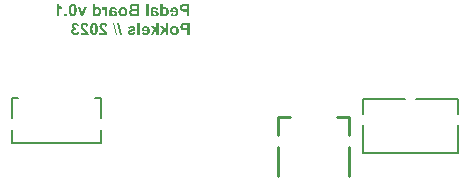
<source format=gbo>
G04*
G04 #@! TF.GenerationSoftware,Altium Limited,Altium Designer,21.8.1 (53)*
G04*
G04 Layer_Color=3326705*
%FSLAX44Y44*%
%MOMM*%
G71*
G04*
G04 #@! TF.SameCoordinates,07770754-C78C-4D38-BC67-4B072819B11E*
G04*
G04*
G04 #@! TF.FilePolarity,Positive*
G04*
G01*
G75*
%ADD12C,0.2000*%
%ADD60C,0.2540*%
G36*
X519194Y1060466D02*
X519386Y1060155D01*
X519594Y1059858D01*
X519801Y1059622D01*
X519978Y1059429D01*
X520141Y1059281D01*
X520201Y1059222D01*
X520245Y1059177D01*
X520275Y1059163D01*
X520289Y1059148D01*
X520615Y1058911D01*
X520926Y1058703D01*
X521208Y1058540D01*
X521459Y1058422D01*
X521667Y1058333D01*
X521815Y1058259D01*
X521874Y1058244D01*
X521918Y1058230D01*
X521933Y1058215D01*
X521948D01*
Y1056438D01*
X521415Y1056645D01*
X520941Y1056867D01*
X520719Y1056986D01*
X520512Y1057119D01*
X520319Y1057237D01*
X520141Y1057356D01*
X519978Y1057474D01*
X519831Y1057578D01*
X519712Y1057667D01*
X519608Y1057756D01*
X519520Y1057830D01*
X519460Y1057874D01*
X519431Y1057904D01*
X519416Y1057919D01*
Y1050500D01*
X517446D01*
Y1060806D01*
X519046D01*
X519194Y1060466D01*
D02*
G37*
G36*
X600861Y1058067D02*
X601098Y1058052D01*
X601305Y1058008D01*
X601512Y1057978D01*
X601690Y1057933D01*
X601853Y1057874D01*
X602001Y1057830D01*
X602120Y1057785D01*
X602238Y1057726D01*
X602327Y1057682D01*
X602416Y1057652D01*
X602475Y1057608D01*
X602519Y1057593D01*
X602534Y1057563D01*
X602549D01*
X602801Y1057341D01*
X603008Y1057089D01*
X603186Y1056823D01*
X603334Y1056571D01*
X603438Y1056334D01*
X603482Y1056230D01*
X603512Y1056142D01*
X603541Y1056068D01*
X603556Y1056008D01*
X603571Y1055979D01*
Y1055964D01*
X601809Y1055638D01*
X601735Y1055816D01*
X601661Y1055964D01*
X601586Y1056097D01*
X601498Y1056201D01*
X601438Y1056275D01*
X601379Y1056319D01*
X601350Y1056349D01*
X601335Y1056364D01*
X601216Y1056438D01*
X601083Y1056497D01*
X600935Y1056527D01*
X600802Y1056556D01*
X600683Y1056571D01*
X600594Y1056586D01*
X600505D01*
X600239Y1056571D01*
X600017Y1056541D01*
X599839Y1056512D01*
X599691Y1056467D01*
X599587Y1056408D01*
X599513Y1056379D01*
X599469Y1056349D01*
X599454Y1056334D01*
X599351Y1056230D01*
X599276Y1056112D01*
X599232Y1055979D01*
X599188Y1055845D01*
X599173Y1055712D01*
X599158Y1055609D01*
Y1055549D01*
Y1055520D01*
Y1055327D01*
X599262Y1055283D01*
X599395Y1055238D01*
X599676Y1055150D01*
X600002Y1055075D01*
X600313Y1055001D01*
X600609Y1054927D01*
X600742Y1054898D01*
X600861Y1054883D01*
X600950Y1054868D01*
X601024Y1054853D01*
X601068Y1054838D01*
X601083D01*
X601438Y1054764D01*
X601764Y1054690D01*
X602031Y1054616D01*
X602253Y1054542D01*
X602431Y1054468D01*
X602549Y1054424D01*
X602623Y1054394D01*
X602653Y1054380D01*
X602845Y1054276D01*
X603008Y1054157D01*
X603156Y1054024D01*
X603260Y1053906D01*
X603363Y1053802D01*
X603423Y1053713D01*
X603467Y1053654D01*
X603482Y1053624D01*
X603586Y1053432D01*
X603660Y1053239D01*
X603704Y1053062D01*
X603734Y1052884D01*
X603763Y1052736D01*
X603778Y1052617D01*
Y1052543D01*
Y1052514D01*
X603763Y1052336D01*
X603749Y1052173D01*
X603675Y1051862D01*
X603571Y1051596D01*
X603452Y1051373D01*
X603334Y1051196D01*
X603230Y1051062D01*
X603156Y1050974D01*
X603127Y1050959D01*
Y1050944D01*
X602860Y1050737D01*
X602564Y1050589D01*
X602268Y1050485D01*
X601972Y1050411D01*
X601720Y1050366D01*
X601601Y1050352D01*
X601512D01*
X601424Y1050337D01*
X601320D01*
X601083Y1050352D01*
X600846Y1050381D01*
X600639Y1050411D01*
X600461Y1050455D01*
X600313Y1050500D01*
X600195Y1050544D01*
X600121Y1050559D01*
X600091Y1050574D01*
X599884Y1050677D01*
X599676Y1050781D01*
X599499Y1050914D01*
X599336Y1051033D01*
X599202Y1051136D01*
X599099Y1051225D01*
X599039Y1051284D01*
X599010Y1051299D01*
X598995Y1051240D01*
X598965Y1051166D01*
X598951Y1051107D01*
X598936Y1051092D01*
Y1051077D01*
X598891Y1050944D01*
X598862Y1050826D01*
X598832Y1050722D01*
X598803Y1050648D01*
X598773Y1050589D01*
X598758Y1050529D01*
X598743Y1050515D01*
Y1050500D01*
X596804D01*
X596892Y1050692D01*
X596966Y1050870D01*
X597026Y1051033D01*
X597085Y1051181D01*
X597114Y1051299D01*
X597144Y1051403D01*
X597159Y1051462D01*
Y1051477D01*
X597188Y1051670D01*
X597203Y1051907D01*
X597233Y1052143D01*
Y1052380D01*
X597248Y1052588D01*
Y1052765D01*
Y1052839D01*
Y1052884D01*
Y1052913D01*
Y1052928D01*
X597218Y1055223D01*
Y1055460D01*
X597233Y1055668D01*
X597248Y1055860D01*
X597262Y1056038D01*
X597277Y1056201D01*
X597307Y1056349D01*
X597322Y1056482D01*
X597351Y1056586D01*
X597381Y1056690D01*
X597396Y1056764D01*
X597440Y1056897D01*
X597470Y1056956D01*
X597485Y1056986D01*
X597603Y1057149D01*
X597736Y1057311D01*
X597884Y1057445D01*
X598047Y1057563D01*
X598181Y1057652D01*
X598299Y1057711D01*
X598373Y1057756D01*
X598388Y1057770D01*
X598403D01*
X598536Y1057830D01*
X598669Y1057874D01*
X598980Y1057963D01*
X599306Y1058022D01*
X599617Y1058052D01*
X599913Y1058082D01*
X600032D01*
X600135Y1058096D01*
X600624D01*
X600861Y1058067D01*
D02*
G37*
G36*
X565840D02*
X566077Y1058052D01*
X566284Y1058008D01*
X566491Y1057978D01*
X566669Y1057933D01*
X566832Y1057874D01*
X566980Y1057830D01*
X567098Y1057785D01*
X567217Y1057726D01*
X567305Y1057682D01*
X567394Y1057652D01*
X567454Y1057608D01*
X567498Y1057593D01*
X567513Y1057563D01*
X567528D01*
X567779Y1057341D01*
X567987Y1057089D01*
X568164Y1056823D01*
X568312Y1056571D01*
X568416Y1056334D01*
X568461Y1056230D01*
X568490Y1056142D01*
X568520Y1056068D01*
X568535Y1056008D01*
X568549Y1055979D01*
Y1055964D01*
X566787Y1055638D01*
X566713Y1055816D01*
X566639Y1055964D01*
X566565Y1056097D01*
X566476Y1056201D01*
X566417Y1056275D01*
X566358Y1056319D01*
X566328Y1056349D01*
X566313Y1056364D01*
X566195Y1056438D01*
X566062Y1056497D01*
X565914Y1056527D01*
X565780Y1056556D01*
X565662Y1056571D01*
X565573Y1056586D01*
X565484D01*
X565218Y1056571D01*
X564995Y1056541D01*
X564818Y1056512D01*
X564670Y1056467D01*
X564566Y1056408D01*
X564492Y1056379D01*
X564448Y1056349D01*
X564433Y1056334D01*
X564329Y1056230D01*
X564255Y1056112D01*
X564211Y1055979D01*
X564166Y1055845D01*
X564151Y1055712D01*
X564137Y1055609D01*
Y1055549D01*
Y1055520D01*
Y1055327D01*
X564240Y1055283D01*
X564374Y1055238D01*
X564655Y1055150D01*
X564981Y1055075D01*
X565292Y1055001D01*
X565588Y1054927D01*
X565721Y1054898D01*
X565840Y1054883D01*
X565928Y1054868D01*
X566002Y1054853D01*
X566047Y1054838D01*
X566062D01*
X566417Y1054764D01*
X566743Y1054690D01*
X567009Y1054616D01*
X567231Y1054542D01*
X567409Y1054468D01*
X567528Y1054424D01*
X567602Y1054394D01*
X567631Y1054380D01*
X567824Y1054276D01*
X567987Y1054157D01*
X568135Y1054024D01*
X568238Y1053906D01*
X568342Y1053802D01*
X568401Y1053713D01*
X568446Y1053654D01*
X568461Y1053624D01*
X568564Y1053432D01*
X568638Y1053239D01*
X568683Y1053062D01*
X568712Y1052884D01*
X568742Y1052736D01*
X568757Y1052617D01*
Y1052543D01*
Y1052514D01*
X568742Y1052336D01*
X568727Y1052173D01*
X568653Y1051862D01*
X568549Y1051596D01*
X568431Y1051373D01*
X568312Y1051196D01*
X568209Y1051062D01*
X568135Y1050974D01*
X568105Y1050959D01*
Y1050944D01*
X567839Y1050737D01*
X567542Y1050589D01*
X567246Y1050485D01*
X566950Y1050411D01*
X566698Y1050366D01*
X566580Y1050352D01*
X566491D01*
X566402Y1050337D01*
X566299D01*
X566062Y1050352D01*
X565825Y1050381D01*
X565617Y1050411D01*
X565440Y1050455D01*
X565292Y1050500D01*
X565173Y1050544D01*
X565099Y1050559D01*
X565070Y1050574D01*
X564862Y1050677D01*
X564655Y1050781D01*
X564477Y1050914D01*
X564314Y1051033D01*
X564181Y1051136D01*
X564077Y1051225D01*
X564018Y1051284D01*
X563988Y1051299D01*
X563974Y1051240D01*
X563944Y1051166D01*
X563929Y1051107D01*
X563914Y1051092D01*
Y1051077D01*
X563870Y1050944D01*
X563840Y1050826D01*
X563811Y1050722D01*
X563781Y1050648D01*
X563752Y1050589D01*
X563737Y1050529D01*
X563722Y1050515D01*
Y1050500D01*
X561782D01*
X561871Y1050692D01*
X561945Y1050870D01*
X562004Y1051033D01*
X562063Y1051181D01*
X562093Y1051299D01*
X562123Y1051403D01*
X562137Y1051462D01*
Y1051477D01*
X562167Y1051670D01*
X562182Y1051907D01*
X562211Y1052143D01*
Y1052380D01*
X562226Y1052588D01*
Y1052765D01*
Y1052839D01*
Y1052884D01*
Y1052913D01*
Y1052928D01*
X562197Y1055223D01*
Y1055460D01*
X562211Y1055668D01*
X562226Y1055860D01*
X562241Y1056038D01*
X562256Y1056201D01*
X562286Y1056349D01*
X562300Y1056482D01*
X562330Y1056586D01*
X562360Y1056690D01*
X562374Y1056764D01*
X562419Y1056897D01*
X562449Y1056956D01*
X562463Y1056986D01*
X562582Y1057149D01*
X562715Y1057311D01*
X562863Y1057445D01*
X563026Y1057563D01*
X563159Y1057652D01*
X563278Y1057711D01*
X563352Y1057756D01*
X563367Y1057770D01*
X563381D01*
X563515Y1057830D01*
X563648Y1057874D01*
X563959Y1057963D01*
X564285Y1058022D01*
X564596Y1058052D01*
X564892Y1058082D01*
X565010D01*
X565114Y1058096D01*
X565603D01*
X565840Y1058067D01*
D02*
G37*
G36*
X539940Y1050500D02*
X538163D01*
X535216Y1057933D01*
X537230D01*
X538652Y1054128D01*
X538741Y1053906D01*
X538800Y1053698D01*
X538829Y1053624D01*
X538844Y1053565D01*
X538859Y1053521D01*
Y1053506D01*
X538874Y1053432D01*
X538903Y1053343D01*
X538978Y1053121D01*
X539007Y1053032D01*
X539037Y1052943D01*
X539052Y1052884D01*
X539066Y1052869D01*
X539466Y1054128D01*
X540873Y1057933D01*
X542931D01*
X539940Y1050500D01*
D02*
G37*
G36*
X617416Y1058082D02*
X617668Y1058052D01*
X617920Y1057993D01*
X618142Y1057933D01*
X618364Y1057859D01*
X618557Y1057770D01*
X618749Y1057667D01*
X618912Y1057578D01*
X619060Y1057474D01*
X619193Y1057371D01*
X619312Y1057282D01*
X619401Y1057208D01*
X619475Y1057149D01*
X619534Y1057089D01*
X619564Y1057060D01*
X619579Y1057045D01*
X619741Y1056838D01*
X619889Y1056616D01*
X620023Y1056393D01*
X620141Y1056156D01*
X620230Y1055905D01*
X620304Y1055668D01*
X620423Y1055209D01*
X620467Y1054987D01*
X620497Y1054794D01*
X620511Y1054616D01*
X620526Y1054468D01*
X620541Y1054335D01*
Y1054231D01*
Y1054172D01*
Y1054157D01*
X620526Y1053876D01*
X620511Y1053595D01*
X620467Y1053343D01*
X620423Y1053106D01*
X620378Y1052869D01*
X620304Y1052662D01*
X620245Y1052469D01*
X620171Y1052291D01*
X620112Y1052129D01*
X620037Y1051995D01*
X619978Y1051877D01*
X619934Y1051773D01*
X619875Y1051699D01*
X619845Y1051640D01*
X619830Y1051610D01*
X619815Y1051596D01*
X619623Y1051373D01*
X619430Y1051181D01*
X619208Y1051018D01*
X618971Y1050870D01*
X618734Y1050751D01*
X618498Y1050648D01*
X618261Y1050559D01*
X618024Y1050500D01*
X617816Y1050441D01*
X617609Y1050411D01*
X617416Y1050381D01*
X617254Y1050352D01*
X617120D01*
X617032Y1050337D01*
X616943D01*
X616513Y1050366D01*
X616113Y1050426D01*
X615773Y1050515D01*
X615477Y1050618D01*
X615343Y1050677D01*
X615240Y1050722D01*
X615136Y1050766D01*
X615062Y1050811D01*
X615003Y1050855D01*
X614944Y1050870D01*
X614929Y1050900D01*
X614914D01*
X614633Y1051136D01*
X614381Y1051388D01*
X614174Y1051670D01*
X614011Y1051936D01*
X613877Y1052173D01*
X613833Y1052277D01*
X613788Y1052365D01*
X613759Y1052440D01*
X613729Y1052499D01*
X613714Y1052528D01*
Y1052543D01*
X615669Y1052869D01*
X615743Y1052676D01*
X615817Y1052499D01*
X615891Y1052365D01*
X615980Y1052247D01*
X616039Y1052158D01*
X616099Y1052099D01*
X616143Y1052069D01*
X616158Y1052055D01*
X616276Y1051966D01*
X616409Y1051907D01*
X616543Y1051862D01*
X616661Y1051832D01*
X616765Y1051818D01*
X616854Y1051803D01*
X616928D01*
X617165Y1051818D01*
X617387Y1051877D01*
X617594Y1051951D01*
X617757Y1052040D01*
X617890Y1052129D01*
X617979Y1052203D01*
X618053Y1052262D01*
X618068Y1052277D01*
X618216Y1052469D01*
X618320Y1052691D01*
X618409Y1052928D01*
X618468Y1053136D01*
X618498Y1053343D01*
X618512Y1053491D01*
X618527Y1053550D01*
Y1053595D01*
Y1053624D01*
Y1053639D01*
X613611D01*
Y1054054D01*
X613640Y1054424D01*
X613685Y1054779D01*
X613744Y1055105D01*
X613818Y1055416D01*
X613892Y1055683D01*
X613981Y1055934D01*
X614070Y1056156D01*
X614159Y1056349D01*
X614248Y1056527D01*
X614322Y1056660D01*
X614396Y1056778D01*
X614455Y1056867D01*
X614499Y1056941D01*
X614529Y1056971D01*
X614544Y1056986D01*
X614721Y1057178D01*
X614929Y1057356D01*
X615136Y1057504D01*
X615343Y1057622D01*
X615565Y1057741D01*
X615788Y1057830D01*
X615995Y1057904D01*
X616202Y1057963D01*
X616395Y1058008D01*
X616572Y1058037D01*
X616735Y1058067D01*
X616869Y1058082D01*
X616987Y1058096D01*
X617150D01*
X617416Y1058082D01*
D02*
G37*
G36*
X629500Y1050500D02*
X627427D01*
Y1054365D01*
X625591D01*
X625368Y1054380D01*
X625161D01*
X624969Y1054394D01*
X624791Y1054409D01*
X624628Y1054424D01*
X624495Y1054439D01*
X624361D01*
X624258Y1054454D01*
X624154Y1054468D01*
X624080Y1054483D01*
X624021D01*
X623977Y1054498D01*
X623947D01*
X623740Y1054557D01*
X623547Y1054631D01*
X623369Y1054705D01*
X623206Y1054794D01*
X623073Y1054868D01*
X622970Y1054927D01*
X622910Y1054972D01*
X622881Y1054987D01*
X622688Y1055135D01*
X622525Y1055298D01*
X622362Y1055475D01*
X622244Y1055623D01*
X622140Y1055771D01*
X622066Y1055890D01*
X622022Y1055964D01*
X622007Y1055993D01*
X621889Y1056245D01*
X621800Y1056512D01*
X621740Y1056793D01*
X621696Y1057045D01*
X621666Y1057252D01*
Y1057356D01*
X621652Y1057430D01*
Y1057504D01*
Y1057548D01*
Y1057578D01*
Y1057593D01*
X621681Y1058022D01*
X621740Y1058422D01*
X621844Y1058748D01*
X621948Y1059044D01*
X622007Y1059163D01*
X622066Y1059266D01*
X622111Y1059355D01*
X622170Y1059444D01*
X622200Y1059503D01*
X622229Y1059548D01*
X622259Y1059562D01*
Y1059577D01*
X622496Y1059844D01*
X622733Y1060066D01*
X622984Y1060244D01*
X623206Y1060377D01*
X623414Y1060466D01*
X623577Y1060540D01*
X623636Y1060555D01*
X623680Y1060569D01*
X623710Y1060584D01*
X623725D01*
X623843Y1060614D01*
X623991Y1060643D01*
X624169Y1060658D01*
X624347Y1060673D01*
X624761Y1060703D01*
X625176Y1060732D01*
X625561D01*
X625724Y1060747D01*
X629500D01*
Y1050500D01*
D02*
G37*
G36*
X595293D02*
X593324D01*
Y1060747D01*
X595293D01*
Y1050500D01*
D02*
G37*
G36*
X587297D02*
X582854D01*
X582602Y1050515D01*
X582158D01*
X581981Y1050529D01*
X581699D01*
X581595Y1050544D01*
X581447D01*
X581388Y1050559D01*
X581329D01*
X581033Y1050603D01*
X580766Y1050677D01*
X580529Y1050751D01*
X580322Y1050840D01*
X580159Y1050914D01*
X580041Y1050988D01*
X579967Y1051033D01*
X579937Y1051048D01*
X579730Y1051210D01*
X579567Y1051388D01*
X579404Y1051551D01*
X579285Y1051729D01*
X579182Y1051877D01*
X579108Y1051995D01*
X579063Y1052069D01*
X579048Y1052099D01*
X578945Y1052351D01*
X578856Y1052588D01*
X578797Y1052825D01*
X578767Y1053032D01*
X578737Y1053210D01*
X578723Y1053343D01*
Y1053432D01*
Y1053447D01*
Y1053461D01*
X578737Y1053787D01*
X578797Y1054083D01*
X578886Y1054335D01*
X578974Y1054572D01*
X579063Y1054750D01*
X579152Y1054883D01*
X579211Y1054972D01*
X579226Y1055001D01*
X579434Y1055238D01*
X579656Y1055431D01*
X579907Y1055594D01*
X580129Y1055712D01*
X580337Y1055816D01*
X580514Y1055890D01*
X580574Y1055905D01*
X580618Y1055919D01*
X580648Y1055934D01*
X580662D01*
X580426Y1056068D01*
X580218Y1056201D01*
X580041Y1056364D01*
X579893Y1056497D01*
X579789Y1056630D01*
X579700Y1056734D01*
X579641Y1056808D01*
X579626Y1056838D01*
X579493Y1057075D01*
X579389Y1057297D01*
X579330Y1057519D01*
X579271Y1057726D01*
X579241Y1057904D01*
X579226Y1058037D01*
Y1058126D01*
Y1058141D01*
Y1058156D01*
X579241Y1058392D01*
X579271Y1058629D01*
X579330Y1058822D01*
X579389Y1059000D01*
X579448Y1059148D01*
X579507Y1059266D01*
X579537Y1059325D01*
X579552Y1059355D01*
X579670Y1059548D01*
X579804Y1059710D01*
X579937Y1059858D01*
X580055Y1059992D01*
X580174Y1060081D01*
X580263Y1060155D01*
X580322Y1060199D01*
X580337Y1060214D01*
X580514Y1060332D01*
X580707Y1060421D01*
X580885Y1060495D01*
X581048Y1060555D01*
X581196Y1060599D01*
X581299Y1060629D01*
X581373Y1060643D01*
X581403D01*
X581655Y1060673D01*
X581936Y1060703D01*
X582232Y1060717D01*
X582528Y1060732D01*
X582795Y1060747D01*
X587297D01*
Y1050500D01*
D02*
G37*
G36*
X557029Y1058082D02*
X557177Y1058067D01*
X557325Y1058022D01*
X557443Y1057978D01*
X557547Y1057933D01*
X557636Y1057904D01*
X557680Y1057874D01*
X557695Y1057859D01*
X557843Y1057756D01*
X557976Y1057608D01*
X558125Y1057445D01*
X558243Y1057282D01*
X558361Y1057119D01*
X558450Y1056986D01*
X558509Y1056897D01*
X558524Y1056882D01*
Y1057933D01*
X560346D01*
Y1050500D01*
X558376D01*
Y1052780D01*
Y1053121D01*
Y1053432D01*
X558361Y1053713D01*
X558347Y1053965D01*
Y1054202D01*
X558332Y1054394D01*
X558317Y1054587D01*
X558302Y1054735D01*
X558287Y1054868D01*
X558273Y1054987D01*
X558258Y1055075D01*
Y1055150D01*
X558243Y1055194D01*
X558228Y1055238D01*
Y1055268D01*
X558169Y1055475D01*
X558095Y1055653D01*
X558021Y1055801D01*
X557947Y1055905D01*
X557887Y1055993D01*
X557828Y1056053D01*
X557799Y1056082D01*
X557784Y1056097D01*
X557665Y1056171D01*
X557547Y1056230D01*
X557429Y1056275D01*
X557325Y1056304D01*
X557236Y1056319D01*
X557147Y1056334D01*
X557088D01*
X556925Y1056319D01*
X556762Y1056290D01*
X556614Y1056230D01*
X556466Y1056171D01*
X556348Y1056112D01*
X556259Y1056053D01*
X556185Y1056023D01*
X556170Y1056008D01*
X555548Y1057711D01*
X555785Y1057844D01*
X556007Y1057933D01*
X556229Y1058007D01*
X556436Y1058052D01*
X556599Y1058082D01*
X556732Y1058096D01*
X556851D01*
X557029Y1058082D01*
D02*
G37*
G36*
X526035Y1050500D02*
X524066D01*
Y1052469D01*
X526035D01*
Y1050500D01*
D02*
G37*
G36*
X607154Y1057060D02*
X607332Y1057237D01*
X607510Y1057400D01*
X607687Y1057534D01*
X607880Y1057667D01*
X608058Y1057756D01*
X608235Y1057845D01*
X608413Y1057919D01*
X608576Y1057963D01*
X608739Y1058008D01*
X608872Y1058037D01*
X609005Y1058067D01*
X609109Y1058082D01*
X609198Y1058096D01*
X609316D01*
X609568Y1058082D01*
X609805Y1058052D01*
X610027Y1058008D01*
X610249Y1057948D01*
X610620Y1057785D01*
X610797Y1057697D01*
X610945Y1057608D01*
X611093Y1057504D01*
X611212Y1057415D01*
X611315Y1057341D01*
X611404Y1057267D01*
X611478Y1057193D01*
X611523Y1057149D01*
X611552Y1057119D01*
X611567Y1057104D01*
X611715Y1056912D01*
X611849Y1056704D01*
X611967Y1056482D01*
X612071Y1056245D01*
X612160Y1056008D01*
X612234Y1055771D01*
X612337Y1055298D01*
X612367Y1055090D01*
X612397Y1054883D01*
X612411Y1054705D01*
X612426Y1054542D01*
X612441Y1054409D01*
Y1054320D01*
Y1054246D01*
Y1054231D01*
X612426Y1053891D01*
X612397Y1053580D01*
X612352Y1053284D01*
X612293Y1053002D01*
X612234Y1052750D01*
X612160Y1052514D01*
X612071Y1052306D01*
X611982Y1052114D01*
X611908Y1051936D01*
X611819Y1051788D01*
X611745Y1051655D01*
X611671Y1051551D01*
X611627Y1051462D01*
X611582Y1051403D01*
X611552Y1051373D01*
X611538Y1051359D01*
X611360Y1051181D01*
X611182Y1051018D01*
X610990Y1050885D01*
X610812Y1050766D01*
X610620Y1050663D01*
X610442Y1050589D01*
X610264Y1050515D01*
X610101Y1050470D01*
X609938Y1050426D01*
X609790Y1050396D01*
X609672Y1050366D01*
X609553Y1050352D01*
X609464Y1050337D01*
X609346D01*
X609109Y1050352D01*
X608887Y1050381D01*
X608665Y1050426D01*
X608472Y1050485D01*
X608324Y1050544D01*
X608191Y1050589D01*
X608117Y1050618D01*
X608087Y1050633D01*
X607865Y1050766D01*
X607658Y1050914D01*
X607465Y1051077D01*
X607317Y1051225D01*
X607184Y1051359D01*
X607080Y1051477D01*
X607021Y1051551D01*
X607006Y1051581D01*
Y1050500D01*
X605185D01*
Y1060747D01*
X607154D01*
Y1057060D01*
D02*
G37*
G36*
X574014Y1058082D02*
X574384Y1058022D01*
X574725Y1057948D01*
X575021Y1057859D01*
X575139Y1057800D01*
X575257Y1057756D01*
X575361Y1057726D01*
X575435Y1057682D01*
X575509Y1057652D01*
X575554Y1057622D01*
X575583Y1057608D01*
X575598D01*
X575909Y1057400D01*
X576176Y1057178D01*
X576413Y1056941D01*
X576605Y1056719D01*
X576753Y1056512D01*
X576872Y1056349D01*
X576916Y1056290D01*
X576931Y1056245D01*
X576960Y1056216D01*
Y1056201D01*
X577123Y1055860D01*
X577227Y1055520D01*
X577316Y1055209D01*
X577375Y1054927D01*
X577405Y1054676D01*
X577420Y1054572D01*
Y1054483D01*
X577434Y1054424D01*
Y1054365D01*
Y1054335D01*
Y1054320D01*
X577420Y1053861D01*
X577360Y1053432D01*
X577286Y1053062D01*
X577242Y1052899D01*
X577197Y1052750D01*
X577153Y1052617D01*
X577109Y1052499D01*
X577064Y1052395D01*
X577034Y1052306D01*
X577005Y1052232D01*
X576975Y1052188D01*
X576960Y1052158D01*
Y1052143D01*
X576753Y1051832D01*
X576531Y1051566D01*
X576294Y1051329D01*
X576072Y1051136D01*
X575865Y1050988D01*
X575702Y1050885D01*
X575643Y1050840D01*
X575598Y1050811D01*
X575569Y1050796D01*
X575554D01*
X575198Y1050648D01*
X574858Y1050529D01*
X574532Y1050455D01*
X574221Y1050396D01*
X573969Y1050366D01*
X573866Y1050352D01*
X573777D01*
X573703Y1050337D01*
X573599D01*
X573288Y1050352D01*
X573007Y1050381D01*
X572725Y1050441D01*
X572474Y1050515D01*
X572222Y1050589D01*
X572000Y1050677D01*
X571792Y1050781D01*
X571600Y1050885D01*
X571437Y1050988D01*
X571289Y1051092D01*
X571156Y1051181D01*
X571052Y1051255D01*
X570963Y1051329D01*
X570904Y1051388D01*
X570874Y1051418D01*
X570859Y1051433D01*
X570667Y1051655D01*
X570504Y1051877D01*
X570356Y1052099D01*
X570223Y1052336D01*
X570119Y1052573D01*
X570030Y1052810D01*
X569956Y1053032D01*
X569897Y1053254D01*
X569853Y1053447D01*
X569823Y1053639D01*
X569793Y1053802D01*
X569779Y1053950D01*
X569764Y1054069D01*
Y1054157D01*
Y1054217D01*
Y1054231D01*
X569779Y1054542D01*
X569808Y1054838D01*
X569867Y1055105D01*
X569927Y1055372D01*
X570015Y1055609D01*
X570104Y1055845D01*
X570208Y1056053D01*
X570297Y1056245D01*
X570401Y1056408D01*
X570504Y1056571D01*
X570593Y1056690D01*
X570682Y1056808D01*
X570741Y1056882D01*
X570800Y1056956D01*
X570830Y1056986D01*
X570845Y1057001D01*
X571052Y1057193D01*
X571274Y1057356D01*
X571496Y1057504D01*
X571733Y1057637D01*
X571970Y1057741D01*
X572192Y1057830D01*
X572414Y1057904D01*
X572636Y1057963D01*
X572829Y1058008D01*
X573022Y1058037D01*
X573184Y1058067D01*
X573332Y1058082D01*
X573451Y1058096D01*
X573614D01*
X574014Y1058082D01*
D02*
G37*
G36*
X549847Y1057060D02*
X550024Y1057237D01*
X550202Y1057400D01*
X550380Y1057534D01*
X550572Y1057667D01*
X550750Y1057756D01*
X550928Y1057844D01*
X551105Y1057919D01*
X551268Y1057963D01*
X551431Y1058007D01*
X551564Y1058037D01*
X551698Y1058067D01*
X551801Y1058082D01*
X551890Y1058096D01*
X552009D01*
X552260Y1058082D01*
X552497Y1058052D01*
X552719Y1058007D01*
X552942Y1057948D01*
X553312Y1057785D01*
X553489Y1057697D01*
X553638Y1057608D01*
X553786Y1057504D01*
X553904Y1057415D01*
X554008Y1057341D01*
X554097Y1057267D01*
X554171Y1057193D01*
X554215Y1057149D01*
X554245Y1057119D01*
X554259Y1057104D01*
X554408Y1056912D01*
X554541Y1056704D01*
X554659Y1056482D01*
X554763Y1056245D01*
X554852Y1056008D01*
X554926Y1055771D01*
X555029Y1055297D01*
X555059Y1055090D01*
X555089Y1054883D01*
X555104Y1054705D01*
X555118Y1054542D01*
X555133Y1054409D01*
Y1054320D01*
Y1054246D01*
Y1054231D01*
X555118Y1053891D01*
X555089Y1053580D01*
X555044Y1053284D01*
X554985Y1053002D01*
X554926Y1052750D01*
X554852Y1052514D01*
X554763Y1052306D01*
X554674Y1052114D01*
X554600Y1051936D01*
X554511Y1051788D01*
X554437Y1051655D01*
X554363Y1051551D01*
X554319Y1051462D01*
X554274Y1051403D01*
X554245Y1051373D01*
X554230Y1051359D01*
X554052Y1051181D01*
X553875Y1051018D01*
X553682Y1050885D01*
X553504Y1050766D01*
X553312Y1050663D01*
X553134Y1050589D01*
X552956Y1050515D01*
X552794Y1050470D01*
X552631Y1050426D01*
X552482Y1050396D01*
X552364Y1050366D01*
X552246Y1050352D01*
X552157Y1050337D01*
X552038D01*
X551801Y1050352D01*
X551579Y1050381D01*
X551357Y1050426D01*
X551165Y1050485D01*
X551017Y1050544D01*
X550883Y1050589D01*
X550809Y1050618D01*
X550780Y1050633D01*
X550558Y1050766D01*
X550350Y1050914D01*
X550158Y1051077D01*
X550010Y1051225D01*
X549876Y1051359D01*
X549773Y1051477D01*
X549713Y1051551D01*
X549699Y1051581D01*
Y1050500D01*
X547877D01*
Y1060747D01*
X549847D01*
Y1057060D01*
D02*
G37*
G36*
X531366Y1060791D02*
X531618Y1060762D01*
X531870Y1060703D01*
X532092Y1060643D01*
X532299Y1060554D01*
X532491Y1060466D01*
X532654Y1060377D01*
X532817Y1060273D01*
X532951Y1060169D01*
X533084Y1060081D01*
X533187Y1059992D01*
X533261Y1059903D01*
X533335Y1059844D01*
X533380Y1059784D01*
X533410Y1059755D01*
X533424Y1059740D01*
X533602Y1059488D01*
X533750Y1059192D01*
X533883Y1058881D01*
X534002Y1058555D01*
X534091Y1058215D01*
X534180Y1057859D01*
X534239Y1057519D01*
X534298Y1057178D01*
X534328Y1056852D01*
X534357Y1056556D01*
X534387Y1056275D01*
X534402Y1056038D01*
X534417Y1055845D01*
Y1055697D01*
Y1055638D01*
Y1055594D01*
Y1055579D01*
Y1055564D01*
X534402Y1055031D01*
X534372Y1054542D01*
X534328Y1054083D01*
X534268Y1053669D01*
X534209Y1053298D01*
X534135Y1052958D01*
X534046Y1052662D01*
X533957Y1052395D01*
X533883Y1052173D01*
X533795Y1051966D01*
X533721Y1051803D01*
X533647Y1051669D01*
X533602Y1051581D01*
X533558Y1051507D01*
X533528Y1051462D01*
X533513Y1051447D01*
X533335Y1051240D01*
X533143Y1051077D01*
X532951Y1050914D01*
X532743Y1050796D01*
X532551Y1050677D01*
X532343Y1050589D01*
X532151Y1050515D01*
X531958Y1050455D01*
X531781Y1050396D01*
X531618Y1050366D01*
X531470Y1050337D01*
X531351Y1050322D01*
X531248D01*
X531159Y1050307D01*
X531100D01*
X530833Y1050322D01*
X530581Y1050352D01*
X530330Y1050411D01*
X530107Y1050470D01*
X529900Y1050544D01*
X529707Y1050633D01*
X529545Y1050737D01*
X529382Y1050840D01*
X529249Y1050929D01*
X529115Y1051033D01*
X529011Y1051122D01*
X528923Y1051196D01*
X528863Y1051255D01*
X528819Y1051314D01*
X528789Y1051344D01*
X528775Y1051359D01*
X528597Y1051610D01*
X528449Y1051907D01*
X528301Y1052217D01*
X528197Y1052558D01*
X528093Y1052899D01*
X528019Y1053239D01*
X527945Y1053595D01*
X527886Y1053935D01*
X527856Y1054261D01*
X527827Y1054557D01*
X527797Y1054838D01*
X527783Y1055075D01*
X527768Y1055268D01*
Y1055416D01*
Y1055475D01*
Y1055520D01*
Y1055535D01*
Y1055549D01*
X527783Y1056082D01*
X527812Y1056571D01*
X527856Y1057015D01*
X527930Y1057430D01*
X528005Y1057815D01*
X528079Y1058156D01*
X528182Y1058466D01*
X528271Y1058733D01*
X528360Y1058985D01*
X528449Y1059177D01*
X528538Y1059355D01*
X528612Y1059503D01*
X528686Y1059607D01*
X528730Y1059681D01*
X528760Y1059725D01*
X528775Y1059740D01*
X528937Y1059932D01*
X529115Y1060095D01*
X529308Y1060229D01*
X529500Y1060362D01*
X529693Y1060466D01*
X529885Y1060540D01*
X530063Y1060614D01*
X530255Y1060673D01*
X530433Y1060717D01*
X530581Y1060747D01*
X530729Y1060777D01*
X530848Y1060791D01*
X530951Y1060806D01*
X531100D01*
X531366Y1060791D01*
D02*
G37*
G36*
X533539Y1044791D02*
X533821Y1044762D01*
X534087Y1044703D01*
X534309Y1044643D01*
X534487Y1044584D01*
X534635Y1044525D01*
X534724Y1044495D01*
X534739Y1044480D01*
X534754D01*
X534991Y1044347D01*
X535213Y1044199D01*
X535390Y1044051D01*
X535538Y1043918D01*
X535657Y1043784D01*
X535746Y1043681D01*
X535805Y1043622D01*
X535820Y1043592D01*
X535953Y1043370D01*
X536072Y1043133D01*
X536160Y1042881D01*
X536249Y1042644D01*
X536309Y1042422D01*
X536353Y1042259D01*
X536368Y1042185D01*
Y1042141D01*
X536382Y1042111D01*
Y1042096D01*
X534576Y1041800D01*
X534532Y1042037D01*
X534472Y1042244D01*
X534413Y1042422D01*
X534339Y1042555D01*
X534265Y1042674D01*
X534206Y1042763D01*
X534161Y1042807D01*
X534146Y1042822D01*
X534013Y1042940D01*
X533865Y1043029D01*
X533717Y1043088D01*
X533584Y1043133D01*
X533465Y1043163D01*
X533377Y1043177D01*
X533288D01*
X533110Y1043163D01*
X532932Y1043133D01*
X532799Y1043074D01*
X532681Y1043029D01*
X532577Y1042970D01*
X532518Y1042911D01*
X532473Y1042881D01*
X532458Y1042866D01*
X532355Y1042748D01*
X532281Y1042600D01*
X532221Y1042467D01*
X532192Y1042333D01*
X532162Y1042215D01*
X532147Y1042126D01*
Y1042067D01*
Y1042037D01*
X532162Y1041815D01*
X532207Y1041622D01*
X532281Y1041460D01*
X532355Y1041326D01*
X532444Y1041208D01*
X532503Y1041134D01*
X532562Y1041075D01*
X532577Y1041060D01*
X532755Y1040941D01*
X532947Y1040852D01*
X533154Y1040793D01*
X533347Y1040749D01*
X533525Y1040734D01*
X533673Y1040719D01*
X533806D01*
X534013Y1039135D01*
X533821Y1039179D01*
X533658Y1039223D01*
X533495Y1039253D01*
X533362Y1039268D01*
X533258Y1039283D01*
X533110D01*
X532903Y1039268D01*
X532725Y1039209D01*
X532562Y1039149D01*
X532414Y1039061D01*
X532310Y1038987D01*
X532221Y1038913D01*
X532162Y1038853D01*
X532147Y1038839D01*
X532014Y1038661D01*
X531911Y1038468D01*
X531836Y1038276D01*
X531777Y1038083D01*
X531748Y1037906D01*
X531733Y1037772D01*
Y1037683D01*
Y1037669D01*
Y1037654D01*
X531748Y1037373D01*
X531792Y1037121D01*
X531866Y1036899D01*
X531940Y1036721D01*
X532029Y1036588D01*
X532088Y1036484D01*
X532147Y1036410D01*
X532162Y1036395D01*
X532325Y1036247D01*
X532503Y1036129D01*
X532666Y1036055D01*
X532829Y1035995D01*
X532977Y1035966D01*
X533080Y1035951D01*
X533154Y1035936D01*
X533184D01*
X533391Y1035951D01*
X533569Y1035995D01*
X533732Y1036055D01*
X533880Y1036129D01*
X533984Y1036188D01*
X534072Y1036247D01*
X534132Y1036292D01*
X534146Y1036306D01*
X534280Y1036469D01*
X534398Y1036647D01*
X534472Y1036839D01*
X534546Y1037017D01*
X534591Y1037180D01*
X534620Y1037313D01*
X534635Y1037402D01*
Y1037417D01*
Y1037432D01*
X536531Y1037195D01*
X536501Y1036958D01*
X536442Y1036736D01*
X536309Y1036321D01*
X536146Y1035966D01*
X536042Y1035818D01*
X535953Y1035669D01*
X535864Y1035536D01*
X535775Y1035433D01*
X535701Y1035329D01*
X535627Y1035255D01*
X535568Y1035196D01*
X535524Y1035151D01*
X535494Y1035122D01*
X535479Y1035107D01*
X535302Y1034974D01*
X535109Y1034840D01*
X534931Y1034737D01*
X534724Y1034648D01*
X534339Y1034500D01*
X533984Y1034411D01*
X533806Y1034381D01*
X533658Y1034352D01*
X533525Y1034337D01*
X533406Y1034322D01*
X533302Y1034307D01*
X533169D01*
X532903Y1034322D01*
X532636Y1034352D01*
X532399Y1034396D01*
X532162Y1034455D01*
X531955Y1034529D01*
X531748Y1034603D01*
X531555Y1034692D01*
X531392Y1034781D01*
X531244Y1034870D01*
X531096Y1034959D01*
X530992Y1035033D01*
X530889Y1035107D01*
X530815Y1035166D01*
X530755Y1035210D01*
X530726Y1035240D01*
X530711Y1035255D01*
X530533Y1035433D01*
X530385Y1035625D01*
X530252Y1035818D01*
X530134Y1036010D01*
X530045Y1036217D01*
X529956Y1036410D01*
X529837Y1036765D01*
X529808Y1036928D01*
X529778Y1037091D01*
X529748Y1037224D01*
X529734Y1037343D01*
X529719Y1037432D01*
Y1037506D01*
Y1037550D01*
Y1037565D01*
X529748Y1037906D01*
X529808Y1038202D01*
X529882Y1038483D01*
X529985Y1038705D01*
X530089Y1038898D01*
X530163Y1039031D01*
X530222Y1039120D01*
X530252Y1039149D01*
X530459Y1039372D01*
X530696Y1039564D01*
X530933Y1039712D01*
X531155Y1039831D01*
X531348Y1039920D01*
X531511Y1039964D01*
X531570Y1039994D01*
X531614D01*
X531644Y1040008D01*
X531659D01*
X531392Y1040171D01*
X531170Y1040334D01*
X530978Y1040512D01*
X530800Y1040689D01*
X530652Y1040867D01*
X530533Y1041045D01*
X530444Y1041223D01*
X530356Y1041385D01*
X530296Y1041548D01*
X530252Y1041696D01*
X530222Y1041830D01*
X530207Y1041948D01*
X530193Y1042037D01*
X530178Y1042111D01*
Y1042156D01*
Y1042170D01*
X530193Y1042348D01*
X530207Y1042511D01*
X530296Y1042837D01*
X530400Y1043133D01*
X530533Y1043385D01*
X530667Y1043592D01*
X530785Y1043740D01*
X530830Y1043799D01*
X530874Y1043844D01*
X530889Y1043858D01*
X530904Y1043873D01*
X531066Y1044036D01*
X531259Y1044184D01*
X531437Y1044303D01*
X531629Y1044406D01*
X531836Y1044510D01*
X532029Y1044584D01*
X532399Y1044688D01*
X532562Y1044732D01*
X532725Y1044762D01*
X532858Y1044777D01*
X532991Y1044791D01*
X533095Y1044806D01*
X533228D01*
X533539Y1044791D01*
D02*
G37*
G36*
X557233D02*
X557469Y1044777D01*
X557929Y1044703D01*
X558313Y1044584D01*
X558491Y1044525D01*
X558654Y1044451D01*
X558802Y1044392D01*
X558921Y1044317D01*
X559039Y1044258D01*
X559128Y1044214D01*
X559202Y1044155D01*
X559246Y1044125D01*
X559276Y1044110D01*
X559291Y1044095D01*
X559454Y1043947D01*
X559602Y1043799D01*
X559735Y1043622D01*
X559854Y1043429D01*
X560031Y1043044D01*
X560179Y1042674D01*
X560224Y1042481D01*
X560268Y1042318D01*
X560313Y1042170D01*
X560327Y1042037D01*
X560357Y1041919D01*
Y1041845D01*
X560372Y1041785D01*
Y1041770D01*
X558417Y1041578D01*
X558387Y1041874D01*
X558328Y1042126D01*
X558269Y1042348D01*
X558195Y1042511D01*
X558136Y1042644D01*
X558077Y1042733D01*
X558032Y1042792D01*
X558017Y1042807D01*
X557869Y1042926D01*
X557706Y1043014D01*
X557543Y1043089D01*
X557381Y1043133D01*
X557247Y1043163D01*
X557129Y1043177D01*
X557025D01*
X556803Y1043163D01*
X556610Y1043118D01*
X556448Y1043059D01*
X556300Y1043000D01*
X556196Y1042940D01*
X556107Y1042881D01*
X556063Y1042837D01*
X556048Y1042822D01*
X555929Y1042674D01*
X555840Y1042511D01*
X555781Y1042348D01*
X555737Y1042185D01*
X555707Y1042037D01*
X555692Y1041904D01*
Y1041830D01*
Y1041815D01*
Y1041800D01*
X555707Y1041578D01*
X555752Y1041371D01*
X555826Y1041163D01*
X555900Y1040986D01*
X555974Y1040823D01*
X556048Y1040704D01*
X556092Y1040630D01*
X556107Y1040601D01*
X556166Y1040512D01*
X556255Y1040408D01*
X556374Y1040275D01*
X556492Y1040156D01*
X556759Y1039875D01*
X557025Y1039594D01*
X557292Y1039327D01*
X557410Y1039209D01*
X557529Y1039120D01*
X557617Y1039031D01*
X557677Y1038972D01*
X557721Y1038927D01*
X557736Y1038913D01*
X558032Y1038631D01*
X558299Y1038365D01*
X558550Y1038113D01*
X558773Y1037891D01*
X558980Y1037669D01*
X559158Y1037461D01*
X559320Y1037284D01*
X559454Y1037106D01*
X559572Y1036958D01*
X559676Y1036825D01*
X559765Y1036721D01*
X559824Y1036617D01*
X559883Y1036558D01*
X559913Y1036499D01*
X559942Y1036469D01*
Y1036454D01*
X560135Y1036114D01*
X560283Y1035758D01*
X560401Y1035433D01*
X560490Y1035136D01*
X560550Y1034870D01*
X560564Y1034766D01*
X560579Y1034677D01*
X560594Y1034603D01*
X560609Y1034544D01*
Y1034514D01*
Y1034500D01*
X553723Y1034500D01*
Y1036321D01*
X557632Y1036321D01*
X557514Y1036514D01*
X557381Y1036676D01*
X557321Y1036750D01*
X557277Y1036810D01*
X557247Y1036839D01*
X557233Y1036854D01*
X557173Y1036913D01*
X557114Y1036988D01*
X556936Y1037150D01*
X556744Y1037343D01*
X556551Y1037535D01*
X556359Y1037713D01*
X556196Y1037861D01*
X556137Y1037920D01*
X556092Y1037965D01*
X556063Y1037980D01*
X556048Y1037994D01*
X555722Y1038305D01*
X555456Y1038557D01*
X555233Y1038794D01*
X555056Y1038972D01*
X554922Y1039120D01*
X554834Y1039223D01*
X554774Y1039297D01*
X554759Y1039312D01*
X554567Y1039564D01*
X554404Y1039801D01*
X554271Y1040023D01*
X554167Y1040216D01*
X554078Y1040378D01*
X554019Y1040512D01*
X553989Y1040586D01*
X553975Y1040615D01*
X553886Y1040852D01*
X553827Y1041089D01*
X553782Y1041311D01*
X553753Y1041519D01*
X553738Y1041682D01*
X553723Y1041815D01*
Y1041904D01*
Y1041933D01*
X553738Y1042156D01*
X553767Y1042378D01*
X553797Y1042585D01*
X553856Y1042777D01*
X554004Y1043118D01*
X554152Y1043414D01*
X554241Y1043548D01*
X554315Y1043651D01*
X554389Y1043755D01*
X554463Y1043829D01*
X554523Y1043888D01*
X554552Y1043947D01*
X554582Y1043962D01*
X554597Y1043977D01*
X554759Y1044125D01*
X554952Y1044258D01*
X555130Y1044362D01*
X555337Y1044451D01*
X555722Y1044599D01*
X556107Y1044703D01*
X556285Y1044732D01*
X556448Y1044762D01*
X556596Y1044777D01*
X556729Y1044791D01*
X556833Y1044806D01*
X556981D01*
X557233Y1044791D01*
D02*
G37*
G36*
X541299D02*
X541536Y1044777D01*
X541995Y1044703D01*
X542380Y1044584D01*
X542558Y1044525D01*
X542720Y1044451D01*
X542868Y1044392D01*
X542987Y1044317D01*
X543106Y1044258D01*
X543194Y1044214D01*
X543268Y1044155D01*
X543313Y1044125D01*
X543342Y1044110D01*
X543357Y1044095D01*
X543520Y1043947D01*
X543668Y1043799D01*
X543801Y1043622D01*
X543920Y1043429D01*
X544098Y1043044D01*
X544246Y1042674D01*
X544290Y1042481D01*
X544334Y1042318D01*
X544379Y1042170D01*
X544394Y1042037D01*
X544423Y1041919D01*
Y1041845D01*
X544438Y1041785D01*
Y1041770D01*
X542483Y1041578D01*
X542454Y1041874D01*
X542395Y1042126D01*
X542335Y1042348D01*
X542261Y1042511D01*
X542202Y1042644D01*
X542143Y1042733D01*
X542099Y1042792D01*
X542084Y1042807D01*
X541936Y1042925D01*
X541773Y1043014D01*
X541610Y1043088D01*
X541447Y1043133D01*
X541314Y1043163D01*
X541195Y1043177D01*
X541092D01*
X540869Y1043163D01*
X540677Y1043118D01*
X540514Y1043059D01*
X540366Y1043000D01*
X540262Y1042940D01*
X540173Y1042881D01*
X540129Y1042837D01*
X540114Y1042822D01*
X539996Y1042674D01*
X539907Y1042511D01*
X539848Y1042348D01*
X539803Y1042185D01*
X539774Y1042037D01*
X539759Y1041904D01*
Y1041830D01*
Y1041815D01*
Y1041800D01*
X539774Y1041578D01*
X539818Y1041371D01*
X539892Y1041163D01*
X539966Y1040986D01*
X540040Y1040823D01*
X540114Y1040704D01*
X540159Y1040630D01*
X540173Y1040601D01*
X540233Y1040512D01*
X540322Y1040408D01*
X540440Y1040275D01*
X540559Y1040156D01*
X540825Y1039875D01*
X541092Y1039594D01*
X541358Y1039327D01*
X541477Y1039209D01*
X541595Y1039120D01*
X541684Y1039031D01*
X541743Y1038972D01*
X541787Y1038927D01*
X541802Y1038913D01*
X542099Y1038631D01*
X542365Y1038365D01*
X542617Y1038113D01*
X542839Y1037891D01*
X543046Y1037669D01*
X543224Y1037461D01*
X543387Y1037284D01*
X543520Y1037106D01*
X543639Y1036958D01*
X543742Y1036825D01*
X543831Y1036721D01*
X543890Y1036617D01*
X543950Y1036558D01*
X543979Y1036499D01*
X544009Y1036469D01*
Y1036454D01*
X544201Y1036114D01*
X544349Y1035758D01*
X544468Y1035433D01*
X544557Y1035136D01*
X544616Y1034870D01*
X544631Y1034766D01*
X544646Y1034677D01*
X544660Y1034603D01*
X544675Y1034544D01*
Y1034514D01*
Y1034500D01*
X537789D01*
Y1036321D01*
X541699D01*
X541580Y1036514D01*
X541447Y1036676D01*
X541388Y1036750D01*
X541343Y1036810D01*
X541314Y1036839D01*
X541299Y1036854D01*
X541240Y1036913D01*
X541180Y1036988D01*
X541003Y1037150D01*
X540810Y1037343D01*
X540618Y1037535D01*
X540425Y1037713D01*
X540262Y1037861D01*
X540203Y1037920D01*
X540159Y1037965D01*
X540129Y1037980D01*
X540114Y1037994D01*
X539788Y1038305D01*
X539522Y1038557D01*
X539300Y1038794D01*
X539122Y1038972D01*
X538989Y1039120D01*
X538900Y1039223D01*
X538841Y1039297D01*
X538826Y1039312D01*
X538633Y1039564D01*
X538470Y1039801D01*
X538337Y1040023D01*
X538234Y1040216D01*
X538145Y1040378D01*
X538086Y1040512D01*
X538056Y1040586D01*
X538041Y1040615D01*
X537952Y1040852D01*
X537893Y1041089D01*
X537849Y1041311D01*
X537819Y1041519D01*
X537804Y1041682D01*
X537789Y1041815D01*
Y1041904D01*
Y1041933D01*
X537804Y1042156D01*
X537834Y1042378D01*
X537863Y1042585D01*
X537923Y1042777D01*
X538071Y1043118D01*
X538219Y1043414D01*
X538308Y1043548D01*
X538382Y1043651D01*
X538456Y1043755D01*
X538530Y1043829D01*
X538589Y1043888D01*
X538619Y1043947D01*
X538648Y1043962D01*
X538663Y1043977D01*
X538826Y1044125D01*
X539018Y1044258D01*
X539196Y1044362D01*
X539403Y1044451D01*
X539788Y1044599D01*
X540173Y1044703D01*
X540351Y1044732D01*
X540514Y1044762D01*
X540662Y1044777D01*
X540795Y1044791D01*
X540899Y1044806D01*
X541047D01*
X541299Y1044791D01*
D02*
G37*
G36*
X611786Y1034500D02*
X609816D01*
Y1036869D01*
X608928Y1037832D01*
X607047Y1034500D01*
X604930D01*
X607654Y1039209D01*
X605107Y1041933D01*
X607521D01*
X609816Y1039312D01*
Y1044747D01*
X611786D01*
Y1034500D01*
D02*
G37*
G36*
X603819D02*
X601850D01*
Y1036869D01*
X600961Y1037832D01*
X599081Y1034500D01*
X596963D01*
X599688Y1039209D01*
X597141Y1041933D01*
X599554D01*
X601850Y1039312D01*
Y1044747D01*
X603819D01*
Y1034500D01*
D02*
G37*
G36*
X593231Y1042082D02*
X593483Y1042052D01*
X593735Y1041993D01*
X593957Y1041933D01*
X594179Y1041859D01*
X594371Y1041770D01*
X594564Y1041667D01*
X594727Y1041578D01*
X594875Y1041474D01*
X595008Y1041371D01*
X595127Y1041282D01*
X595215Y1041208D01*
X595290Y1041149D01*
X595349Y1041089D01*
X595378Y1041060D01*
X595393Y1041045D01*
X595556Y1040838D01*
X595704Y1040615D01*
X595838Y1040393D01*
X595956Y1040156D01*
X596045Y1039905D01*
X596119Y1039668D01*
X596237Y1039209D01*
X596282Y1038987D01*
X596311Y1038794D01*
X596326Y1038616D01*
X596341Y1038468D01*
X596356Y1038335D01*
Y1038231D01*
Y1038172D01*
Y1038157D01*
X596341Y1037876D01*
X596326Y1037595D01*
X596282Y1037343D01*
X596237Y1037106D01*
X596193Y1036869D01*
X596119Y1036662D01*
X596060Y1036469D01*
X595985Y1036292D01*
X595926Y1036129D01*
X595852Y1035995D01*
X595793Y1035877D01*
X595749Y1035773D01*
X595689Y1035699D01*
X595660Y1035640D01*
X595645Y1035610D01*
X595630Y1035595D01*
X595438Y1035373D01*
X595245Y1035181D01*
X595023Y1035018D01*
X594786Y1034870D01*
X594549Y1034751D01*
X594312Y1034648D01*
X594075Y1034559D01*
X593838Y1034500D01*
X593631Y1034441D01*
X593424Y1034411D01*
X593231Y1034381D01*
X593068Y1034352D01*
X592935D01*
X592846Y1034337D01*
X592757D01*
X592328Y1034366D01*
X591928Y1034426D01*
X591587Y1034514D01*
X591291Y1034618D01*
X591158Y1034677D01*
X591054Y1034722D01*
X590951Y1034766D01*
X590877Y1034811D01*
X590817Y1034855D01*
X590758Y1034870D01*
X590743Y1034900D01*
X590729D01*
X590447Y1035136D01*
X590196Y1035388D01*
X589988Y1035670D01*
X589825Y1035936D01*
X589692Y1036173D01*
X589648Y1036277D01*
X589603Y1036366D01*
X589574Y1036440D01*
X589544Y1036499D01*
X589529Y1036528D01*
Y1036543D01*
X591484Y1036869D01*
X591558Y1036676D01*
X591632Y1036499D01*
X591706Y1036366D01*
X591795Y1036247D01*
X591854Y1036158D01*
X591913Y1036099D01*
X591958Y1036069D01*
X591973Y1036055D01*
X592091Y1035966D01*
X592224Y1035907D01*
X592357Y1035862D01*
X592476Y1035832D01*
X592580Y1035818D01*
X592668Y1035803D01*
X592743D01*
X592980Y1035818D01*
X593202Y1035877D01*
X593409Y1035951D01*
X593572Y1036040D01*
X593705Y1036129D01*
X593794Y1036203D01*
X593868Y1036262D01*
X593883Y1036277D01*
X594031Y1036469D01*
X594134Y1036691D01*
X594223Y1036928D01*
X594283Y1037136D01*
X594312Y1037343D01*
X594327Y1037491D01*
X594342Y1037550D01*
Y1037595D01*
Y1037624D01*
Y1037639D01*
X589426D01*
Y1038054D01*
X589455Y1038424D01*
X589500Y1038779D01*
X589559Y1039105D01*
X589633Y1039416D01*
X589707Y1039683D01*
X589796Y1039934D01*
X589885Y1040156D01*
X589973Y1040349D01*
X590062Y1040527D01*
X590136Y1040660D01*
X590210Y1040778D01*
X590270Y1040867D01*
X590314Y1040941D01*
X590344Y1040971D01*
X590358Y1040986D01*
X590536Y1041178D01*
X590743Y1041356D01*
X590951Y1041504D01*
X591158Y1041622D01*
X591380Y1041741D01*
X591602Y1041830D01*
X591810Y1041904D01*
X592017Y1041963D01*
X592210Y1042008D01*
X592387Y1042037D01*
X592550Y1042067D01*
X592683Y1042082D01*
X592802Y1042096D01*
X592965D01*
X593231Y1042082D01*
D02*
G37*
G36*
X630000Y1034500D02*
X627927D01*
Y1038365D01*
X626091D01*
X625868Y1038380D01*
X625661D01*
X625469Y1038394D01*
X625291Y1038409D01*
X625128Y1038424D01*
X624995Y1038439D01*
X624861D01*
X624758Y1038454D01*
X624654Y1038468D01*
X624580Y1038483D01*
X624521D01*
X624477Y1038498D01*
X624447D01*
X624240Y1038557D01*
X624047Y1038631D01*
X623869Y1038705D01*
X623707Y1038794D01*
X623573Y1038868D01*
X623470Y1038927D01*
X623410Y1038972D01*
X623381Y1038987D01*
X623188Y1039135D01*
X623025Y1039298D01*
X622862Y1039475D01*
X622744Y1039623D01*
X622640Y1039771D01*
X622566Y1039890D01*
X622522Y1039964D01*
X622507Y1039994D01*
X622389Y1040245D01*
X622300Y1040512D01*
X622240Y1040793D01*
X622196Y1041045D01*
X622166Y1041252D01*
Y1041356D01*
X622152Y1041430D01*
Y1041504D01*
Y1041548D01*
Y1041578D01*
Y1041593D01*
X622181Y1042022D01*
X622240Y1042422D01*
X622344Y1042748D01*
X622448Y1043044D01*
X622507Y1043163D01*
X622566Y1043266D01*
X622611Y1043355D01*
X622670Y1043444D01*
X622700Y1043503D01*
X622729Y1043548D01*
X622759Y1043562D01*
Y1043577D01*
X622996Y1043844D01*
X623233Y1044066D01*
X623484Y1044243D01*
X623707Y1044377D01*
X623914Y1044466D01*
X624077Y1044540D01*
X624136Y1044555D01*
X624180Y1044569D01*
X624210Y1044584D01*
X624225D01*
X624343Y1044614D01*
X624491Y1044643D01*
X624669Y1044658D01*
X624847Y1044673D01*
X625261Y1044703D01*
X625676Y1044732D01*
X626061D01*
X626224Y1044747D01*
X630000D01*
Y1034500D01*
D02*
G37*
G36*
X587826D02*
X585857D01*
Y1044747D01*
X587826D01*
Y1034500D01*
D02*
G37*
G36*
X617502Y1042082D02*
X617872Y1042022D01*
X618213Y1041948D01*
X618509Y1041859D01*
X618627Y1041800D01*
X618746Y1041756D01*
X618849Y1041726D01*
X618923Y1041682D01*
X618997Y1041652D01*
X619042Y1041622D01*
X619072Y1041608D01*
X619086D01*
X619397Y1041400D01*
X619664Y1041178D01*
X619901Y1040941D01*
X620093Y1040719D01*
X620241Y1040512D01*
X620360Y1040349D01*
X620404Y1040290D01*
X620419Y1040245D01*
X620449Y1040216D01*
Y1040201D01*
X620612Y1039860D01*
X620715Y1039520D01*
X620804Y1039209D01*
X620863Y1038927D01*
X620893Y1038676D01*
X620908Y1038572D01*
Y1038483D01*
X620923Y1038424D01*
Y1038365D01*
Y1038335D01*
Y1038320D01*
X620908Y1037861D01*
X620849Y1037432D01*
X620774Y1037061D01*
X620730Y1036899D01*
X620686Y1036751D01*
X620641Y1036617D01*
X620597Y1036499D01*
X620552Y1036395D01*
X620523Y1036306D01*
X620493Y1036232D01*
X620463Y1036188D01*
X620449Y1036158D01*
Y1036143D01*
X620241Y1035832D01*
X620019Y1035566D01*
X619782Y1035329D01*
X619560Y1035136D01*
X619353Y1034988D01*
X619190Y1034885D01*
X619131Y1034840D01*
X619086Y1034811D01*
X619057Y1034796D01*
X619042D01*
X618686Y1034648D01*
X618346Y1034529D01*
X618020Y1034455D01*
X617709Y1034396D01*
X617457Y1034366D01*
X617354Y1034352D01*
X617265D01*
X617191Y1034337D01*
X617087D01*
X616776Y1034352D01*
X616495Y1034381D01*
X616214Y1034441D01*
X615962Y1034514D01*
X615710Y1034589D01*
X615488Y1034677D01*
X615281Y1034781D01*
X615088Y1034885D01*
X614925Y1034988D01*
X614777Y1035092D01*
X614644Y1035181D01*
X614540Y1035255D01*
X614451Y1035329D01*
X614392Y1035388D01*
X614362Y1035418D01*
X614348Y1035433D01*
X614155Y1035655D01*
X613992Y1035877D01*
X613844Y1036099D01*
X613711Y1036336D01*
X613607Y1036573D01*
X613518Y1036810D01*
X613444Y1037032D01*
X613385Y1037254D01*
X613341Y1037447D01*
X613311Y1037639D01*
X613282Y1037802D01*
X613267Y1037950D01*
X613252Y1038068D01*
Y1038157D01*
Y1038217D01*
Y1038231D01*
X613267Y1038542D01*
X613296Y1038839D01*
X613356Y1039105D01*
X613415Y1039372D01*
X613504Y1039609D01*
X613592Y1039846D01*
X613696Y1040053D01*
X613785Y1040245D01*
X613889Y1040408D01*
X613992Y1040571D01*
X614081Y1040689D01*
X614170Y1040808D01*
X614229Y1040882D01*
X614288Y1040956D01*
X614318Y1040986D01*
X614333Y1041001D01*
X614540Y1041193D01*
X614762Y1041356D01*
X614985Y1041504D01*
X615221Y1041637D01*
X615458Y1041741D01*
X615681Y1041830D01*
X615903Y1041904D01*
X616125Y1041963D01*
X616317Y1042008D01*
X616510Y1042037D01*
X616673Y1042067D01*
X616821Y1042082D01*
X616939Y1042096D01*
X617102D01*
X617502Y1042082D01*
D02*
G37*
G36*
X581696Y1042067D02*
X581947Y1042037D01*
X582184Y1041993D01*
X582392Y1041948D01*
X582584Y1041889D01*
X582762Y1041830D01*
X582925Y1041770D01*
X583058Y1041696D01*
X583176Y1041637D01*
X583280Y1041578D01*
X583354Y1041534D01*
X583428Y1041489D01*
X583473Y1041460D01*
X583487Y1041445D01*
X583502Y1041430D01*
X583635Y1041311D01*
X583754Y1041178D01*
X583858Y1041045D01*
X583932Y1040897D01*
X584080Y1040630D01*
X584169Y1040379D01*
X584213Y1040156D01*
X584228Y1040053D01*
X584243Y1039979D01*
X584258Y1039905D01*
Y1039860D01*
Y1039831D01*
Y1039816D01*
X584243Y1039623D01*
X584213Y1039446D01*
X584183Y1039268D01*
X584124Y1039105D01*
X583976Y1038824D01*
X583813Y1038587D01*
X583665Y1038394D01*
X583517Y1038261D01*
X583458Y1038202D01*
X583428Y1038172D01*
X583399Y1038157D01*
X583384Y1038142D01*
X583251Y1038068D01*
X583073Y1037980D01*
X582865Y1037891D01*
X582643Y1037817D01*
X582406Y1037728D01*
X582155Y1037654D01*
X581636Y1037506D01*
X581385Y1037432D01*
X581148Y1037373D01*
X580940Y1037313D01*
X580748Y1037269D01*
X580585Y1037239D01*
X580467Y1037210D01*
X580392Y1037180D01*
X580363D01*
X580185Y1037136D01*
X580052Y1037091D01*
X579934Y1037047D01*
X579845Y1037017D01*
X579785Y1036973D01*
X579741Y1036958D01*
X579711Y1036928D01*
X579622Y1036810D01*
X579578Y1036691D01*
X579563Y1036602D01*
Y1036573D01*
Y1036558D01*
X579578Y1036440D01*
X579608Y1036336D01*
X579652Y1036247D01*
X579697Y1036173D01*
X579741Y1036114D01*
X579785Y1036069D01*
X579815Y1036040D01*
X579830Y1036025D01*
X579993Y1035936D01*
X580170Y1035877D01*
X580363Y1035818D01*
X580541Y1035788D01*
X580704Y1035773D01*
X580852Y1035758D01*
X580970D01*
X581222Y1035773D01*
X581429Y1035803D01*
X581622Y1035847D01*
X581770Y1035907D01*
X581888Y1035951D01*
X581977Y1035995D01*
X582036Y1036025D01*
X582051Y1036040D01*
X582184Y1036158D01*
X582288Y1036306D01*
X582377Y1036440D01*
X582451Y1036588D01*
X582495Y1036721D01*
X582525Y1036825D01*
X582555Y1036884D01*
Y1036913D01*
X584524Y1036617D01*
X584391Y1036247D01*
X584228Y1035907D01*
X584050Y1035625D01*
X583858Y1035388D01*
X583680Y1035196D01*
X583517Y1035062D01*
X583473Y1035003D01*
X583428Y1034974D01*
X583399Y1034959D01*
X583384Y1034944D01*
X583206Y1034840D01*
X583028Y1034737D01*
X582629Y1034589D01*
X582229Y1034485D01*
X581844Y1034411D01*
X581666Y1034381D01*
X581503Y1034366D01*
X581355Y1034352D01*
X581222D01*
X581118Y1034337D01*
X580970D01*
X580674Y1034352D01*
X580392Y1034366D01*
X580126Y1034411D01*
X579874Y1034455D01*
X579652Y1034500D01*
X579445Y1034574D01*
X579252Y1034633D01*
X579089Y1034707D01*
X578941Y1034766D01*
X578808Y1034840D01*
X578704Y1034900D01*
X578615Y1034944D01*
X578541Y1035003D01*
X578497Y1035033D01*
X578467Y1035048D01*
X578453Y1035062D01*
X578305Y1035210D01*
X578171Y1035359D01*
X578053Y1035507D01*
X577949Y1035655D01*
X577875Y1035803D01*
X577801Y1035951D01*
X577697Y1036217D01*
X577638Y1036469D01*
X577623Y1036573D01*
X577609Y1036647D01*
X577594Y1036721D01*
Y1036780D01*
Y1036810D01*
Y1036825D01*
X577623Y1037150D01*
X577697Y1037447D01*
X577786Y1037698D01*
X577905Y1037906D01*
X578023Y1038068D01*
X578112Y1038187D01*
X578186Y1038246D01*
X578216Y1038276D01*
X578349Y1038365D01*
X578482Y1038468D01*
X578645Y1038542D01*
X578823Y1038631D01*
X579178Y1038779D01*
X579548Y1038913D01*
X579874Y1039016D01*
X580022Y1039046D01*
X580156Y1039090D01*
X580259Y1039120D01*
X580333Y1039135D01*
X580392Y1039149D01*
X580407D01*
X580689Y1039223D01*
X580940Y1039283D01*
X581162Y1039342D01*
X581355Y1039401D01*
X581533Y1039446D01*
X581681Y1039490D01*
X581799Y1039535D01*
X581918Y1039564D01*
X582007Y1039609D01*
X582081Y1039638D01*
X582140Y1039653D01*
X582169Y1039683D01*
X582229Y1039697D01*
X582243Y1039712D01*
X582303Y1039771D01*
X582347Y1039831D01*
X582406Y1039949D01*
X582436Y1040038D01*
Y1040053D01*
Y1040068D01*
X582421Y1040156D01*
X582406Y1040230D01*
X582318Y1040364D01*
X582243Y1040438D01*
X582229Y1040467D01*
X582214D01*
X582066Y1040542D01*
X581903Y1040601D01*
X581725Y1040630D01*
X581533Y1040660D01*
X581370Y1040675D01*
X581237Y1040689D01*
X581103D01*
X580881Y1040675D01*
X580689Y1040660D01*
X580526Y1040615D01*
X580392Y1040571D01*
X580289Y1040527D01*
X580215Y1040497D01*
X580170Y1040467D01*
X580156Y1040453D01*
X580037Y1040364D01*
X579948Y1040260D01*
X579859Y1040156D01*
X579800Y1040038D01*
X579756Y1039949D01*
X579726Y1039875D01*
X579697Y1039816D01*
Y1039801D01*
X577845Y1040142D01*
X577964Y1040482D01*
X578127Y1040778D01*
X578290Y1041030D01*
X578467Y1041223D01*
X578615Y1041385D01*
X578749Y1041504D01*
X578838Y1041563D01*
X578853Y1041593D01*
X578867D01*
X579015Y1041682D01*
X579178Y1041756D01*
X579534Y1041889D01*
X579904Y1041978D01*
X580274Y1042037D01*
X580452Y1042052D01*
X580615Y1042067D01*
X580763Y1042082D01*
X580881Y1042096D01*
X581429D01*
X581696Y1042067D01*
D02*
G37*
G36*
X572929Y1034322D02*
X571478D01*
X568916Y1044925D01*
X570397D01*
X572929Y1034322D01*
D02*
G37*
G36*
X568946D02*
X567495D01*
X564933Y1044925D01*
X566414D01*
X568946Y1034322D01*
D02*
G37*
G36*
X549340Y1044791D02*
X549591Y1044762D01*
X549843Y1044703D01*
X550065Y1044643D01*
X550273Y1044555D01*
X550465Y1044466D01*
X550628Y1044377D01*
X550791Y1044273D01*
X550924Y1044169D01*
X551058Y1044081D01*
X551161Y1043992D01*
X551235Y1043903D01*
X551309Y1043844D01*
X551354Y1043784D01*
X551383Y1043755D01*
X551398Y1043740D01*
X551576Y1043488D01*
X551724Y1043192D01*
X551857Y1042881D01*
X551976Y1042555D01*
X552064Y1042215D01*
X552153Y1041859D01*
X552212Y1041519D01*
X552272Y1041178D01*
X552301Y1040852D01*
X552331Y1040556D01*
X552361Y1040275D01*
X552375Y1040038D01*
X552390Y1039845D01*
Y1039697D01*
Y1039638D01*
Y1039594D01*
Y1039579D01*
Y1039564D01*
X552375Y1039031D01*
X552346Y1038542D01*
X552301Y1038083D01*
X552242Y1037669D01*
X552183Y1037298D01*
X552109Y1036958D01*
X552020Y1036662D01*
X551931Y1036395D01*
X551857Y1036173D01*
X551768Y1035966D01*
X551694Y1035803D01*
X551620Y1035669D01*
X551576Y1035581D01*
X551531Y1035507D01*
X551502Y1035462D01*
X551487Y1035447D01*
X551309Y1035240D01*
X551117Y1035077D01*
X550924Y1034914D01*
X550717Y1034796D01*
X550524Y1034677D01*
X550317Y1034588D01*
X550125Y1034514D01*
X549932Y1034455D01*
X549754Y1034396D01*
X549591Y1034366D01*
X549443Y1034337D01*
X549325Y1034322D01*
X549221D01*
X549132Y1034307D01*
X549073D01*
X548807Y1034322D01*
X548555Y1034352D01*
X548303Y1034411D01*
X548081Y1034470D01*
X547874Y1034544D01*
X547681Y1034633D01*
X547518Y1034737D01*
X547355Y1034840D01*
X547222Y1034929D01*
X547089Y1035033D01*
X546985Y1035122D01*
X546896Y1035196D01*
X546837Y1035255D01*
X546793Y1035314D01*
X546763Y1035344D01*
X546748Y1035359D01*
X546571Y1035610D01*
X546423Y1035907D01*
X546274Y1036217D01*
X546171Y1036558D01*
X546067Y1036899D01*
X545993Y1037239D01*
X545919Y1037595D01*
X545860Y1037935D01*
X545830Y1038261D01*
X545801Y1038557D01*
X545771Y1038839D01*
X545756Y1039075D01*
X545741Y1039268D01*
Y1039416D01*
Y1039475D01*
Y1039520D01*
Y1039535D01*
Y1039549D01*
X545756Y1040082D01*
X545786Y1040571D01*
X545830Y1041015D01*
X545904Y1041430D01*
X545978Y1041815D01*
X546052Y1042156D01*
X546156Y1042467D01*
X546245Y1042733D01*
X546334Y1042985D01*
X546423Y1043177D01*
X546511Y1043355D01*
X546585Y1043503D01*
X546659Y1043607D01*
X546704Y1043681D01*
X546734Y1043725D01*
X546748Y1043740D01*
X546911Y1043932D01*
X547089Y1044095D01*
X547281Y1044229D01*
X547474Y1044362D01*
X547666Y1044466D01*
X547859Y1044540D01*
X548037Y1044614D01*
X548229Y1044673D01*
X548407Y1044717D01*
X548555Y1044747D01*
X548703Y1044777D01*
X548821Y1044791D01*
X548925Y1044806D01*
X549073D01*
X549340Y1044791D01*
D02*
G37*
%LPC*%
G36*
X599173Y1054054D02*
X599158D01*
Y1053654D01*
Y1053417D01*
X599173Y1053210D01*
X599188Y1053047D01*
X599202Y1052913D01*
X599217Y1052825D01*
X599232Y1052750D01*
X599247Y1052721D01*
Y1052706D01*
X599291Y1052573D01*
X599365Y1052440D01*
X599439Y1052336D01*
X599513Y1052232D01*
X599587Y1052158D01*
X599647Y1052099D01*
X599691Y1052069D01*
X599706Y1052055D01*
X599884Y1051936D01*
X600076Y1051862D01*
X600239Y1051803D01*
X600402Y1051758D01*
X600535Y1051729D01*
X600639Y1051714D01*
X600728D01*
X600891Y1051729D01*
X601053Y1051758D01*
X601187Y1051803D01*
X601290Y1051862D01*
X601394Y1051921D01*
X601453Y1051966D01*
X601498Y1051995D01*
X601512Y1052010D01*
X601616Y1052129D01*
X601690Y1052247D01*
X601735Y1052365D01*
X601764Y1052484D01*
X601794Y1052573D01*
X601809Y1052647D01*
Y1052706D01*
Y1052721D01*
X601794Y1052869D01*
X601749Y1053002D01*
X601690Y1053121D01*
X601616Y1053224D01*
X601557Y1053298D01*
X601498Y1053358D01*
X601453Y1053387D01*
X601438Y1053402D01*
X601320Y1053461D01*
X601172Y1053535D01*
X600994Y1053595D01*
X600816Y1053639D01*
X600639Y1053683D01*
X600505Y1053713D01*
X600446Y1053728D01*
X600402Y1053743D01*
X600372D01*
X600076Y1053802D01*
X599839Y1053861D01*
X599617Y1053920D01*
X599454Y1053965D01*
X599321Y1054009D01*
X599232Y1054024D01*
X599173Y1054054D01*
D02*
G37*
G36*
X564151D02*
X564137D01*
Y1053654D01*
Y1053417D01*
X564151Y1053210D01*
X564166Y1053047D01*
X564181Y1052913D01*
X564196Y1052825D01*
X564211Y1052750D01*
X564225Y1052721D01*
Y1052706D01*
X564270Y1052573D01*
X564344Y1052440D01*
X564418Y1052336D01*
X564492Y1052232D01*
X564566Y1052158D01*
X564625Y1052099D01*
X564670Y1052069D01*
X564684Y1052055D01*
X564862Y1051936D01*
X565055Y1051862D01*
X565218Y1051803D01*
X565381Y1051758D01*
X565514Y1051729D01*
X565617Y1051714D01*
X565706D01*
X565869Y1051729D01*
X566032Y1051758D01*
X566165Y1051803D01*
X566269Y1051862D01*
X566373Y1051921D01*
X566432Y1051966D01*
X566476Y1051995D01*
X566491Y1052010D01*
X566595Y1052129D01*
X566669Y1052247D01*
X566713Y1052365D01*
X566743Y1052484D01*
X566772Y1052573D01*
X566787Y1052647D01*
Y1052706D01*
Y1052721D01*
X566772Y1052869D01*
X566728Y1053002D01*
X566669Y1053121D01*
X566595Y1053224D01*
X566535Y1053298D01*
X566476Y1053358D01*
X566432Y1053387D01*
X566417Y1053402D01*
X566299Y1053461D01*
X566151Y1053535D01*
X565973Y1053595D01*
X565795Y1053639D01*
X565617Y1053683D01*
X565484Y1053713D01*
X565425Y1053728D01*
X565381Y1053743D01*
X565351D01*
X565055Y1053802D01*
X564818Y1053861D01*
X564596Y1053920D01*
X564433Y1053965D01*
X564300Y1054009D01*
X564211Y1054024D01*
X564151Y1054054D01*
D02*
G37*
G36*
X617135Y1056586D02*
X617032D01*
X616809Y1056571D01*
X616617Y1056512D01*
X616439Y1056438D01*
X616291Y1056364D01*
X616173Y1056275D01*
X616084Y1056201D01*
X616025Y1056142D01*
X616010Y1056127D01*
X615876Y1055949D01*
X615758Y1055742D01*
X615684Y1055520D01*
X615625Y1055312D01*
X615595Y1055135D01*
X615580Y1054972D01*
X615565Y1054912D01*
Y1054883D01*
Y1054853D01*
Y1054838D01*
X618498D01*
X618483Y1055120D01*
X618438Y1055372D01*
X618379Y1055594D01*
X618290Y1055771D01*
X618216Y1055919D01*
X618142Y1056023D01*
X618098Y1056097D01*
X618083Y1056112D01*
X617920Y1056275D01*
X617742Y1056393D01*
X617565Y1056467D01*
X617402Y1056527D01*
X617254Y1056556D01*
X617135Y1056586D01*
D02*
G37*
G36*
X627427Y1059014D02*
X625887D01*
X625739Y1059000D01*
X625605D01*
X625472Y1058985D01*
X625280D01*
X625132Y1058970D01*
X625028Y1058955D01*
X624969Y1058940D01*
X624954D01*
X624776Y1058896D01*
X624613Y1058837D01*
X624465Y1058763D01*
X624347Y1058674D01*
X624258Y1058600D01*
X624184Y1058541D01*
X624139Y1058496D01*
X624125Y1058481D01*
X624006Y1058333D01*
X623932Y1058185D01*
X623873Y1058022D01*
X623828Y1057874D01*
X623799Y1057741D01*
X623784Y1057637D01*
Y1057578D01*
Y1057548D01*
X623799Y1057385D01*
X623814Y1057237D01*
X623858Y1057104D01*
X623903Y1056986D01*
X623947Y1056882D01*
X623977Y1056808D01*
X624006Y1056764D01*
X624021Y1056749D01*
X624110Y1056630D01*
X624228Y1056527D01*
X624332Y1056438D01*
X624436Y1056364D01*
X624524Y1056319D01*
X624599Y1056275D01*
X624658Y1056260D01*
X624673Y1056245D01*
X624761Y1056216D01*
X624865Y1056201D01*
X625102Y1056156D01*
X625368Y1056127D01*
X625635Y1056112D01*
X625902D01*
X626005Y1056097D01*
X627427D01*
Y1059014D01*
D02*
G37*
G36*
X585224Y1059044D02*
X583165D01*
X583002Y1059029D01*
X582617D01*
X582528Y1059014D01*
X582365D01*
X582306Y1059000D01*
X582291D01*
X582114Y1058970D01*
X581951Y1058926D01*
X581818Y1058866D01*
X581699Y1058807D01*
X581625Y1058748D01*
X581551Y1058689D01*
X581521Y1058659D01*
X581507Y1058644D01*
X581418Y1058526D01*
X581358Y1058392D01*
X581299Y1058274D01*
X581270Y1058156D01*
X581255Y1058037D01*
X581240Y1057948D01*
Y1057889D01*
Y1057874D01*
X581255Y1057697D01*
X581284Y1057534D01*
X581344Y1057400D01*
X581388Y1057282D01*
X581447Y1057178D01*
X581507Y1057119D01*
X581536Y1057075D01*
X581551Y1057060D01*
X581670Y1056956D01*
X581803Y1056882D01*
X581936Y1056823D01*
X582069Y1056778D01*
X582203Y1056734D01*
X582291Y1056719D01*
X582351Y1056704D01*
X582439D01*
X582528Y1056690D01*
X582987D01*
X583239Y1056675D01*
X585224D01*
Y1059044D01*
D02*
G37*
G36*
Y1054972D02*
X583076D01*
X582869Y1054957D01*
X582691Y1054942D01*
X582514D01*
X582365Y1054927D01*
X582232Y1054912D01*
X582129Y1054898D01*
X582025Y1054883D01*
X581951Y1054868D01*
X581832Y1054853D01*
X581758Y1054824D01*
X581744D01*
X581595Y1054764D01*
X581462Y1054690D01*
X581344Y1054616D01*
X581255Y1054528D01*
X581181Y1054468D01*
X581136Y1054409D01*
X581107Y1054365D01*
X581092Y1054350D01*
X581018Y1054217D01*
X580959Y1054083D01*
X580914Y1053965D01*
X580885Y1053831D01*
X580870Y1053728D01*
X580855Y1053639D01*
Y1053580D01*
Y1053565D01*
X580870Y1053372D01*
X580900Y1053195D01*
X580944Y1053047D01*
X581003Y1052928D01*
X581062Y1052825D01*
X581107Y1052750D01*
X581136Y1052706D01*
X581151Y1052691D01*
X581270Y1052588D01*
X581388Y1052499D01*
X581521Y1052425D01*
X581640Y1052365D01*
X581744Y1052336D01*
X581832Y1052306D01*
X581892Y1052291D01*
X581906D01*
X581966Y1052277D01*
X582054D01*
X582247Y1052262D01*
X582484Y1052247D01*
X582721D01*
X582943Y1052232D01*
X585224D01*
Y1054972D01*
D02*
G37*
G36*
X608828Y1056586D02*
X608798D01*
X608546Y1056556D01*
X608310Y1056497D01*
X608117Y1056408D01*
X607939Y1056304D01*
X607806Y1056201D01*
X607717Y1056112D01*
X607643Y1056053D01*
X607628Y1056023D01*
X607539Y1055905D01*
X607465Y1055786D01*
X607347Y1055490D01*
X607273Y1055194D01*
X607214Y1054883D01*
X607184Y1054616D01*
X607169Y1054483D01*
X607154Y1054380D01*
Y1054291D01*
Y1054231D01*
Y1054187D01*
Y1054172D01*
X607169Y1053772D01*
X607229Y1053417D01*
X607303Y1053121D01*
X607391Y1052884D01*
X607480Y1052691D01*
X607554Y1052558D01*
X607613Y1052484D01*
X607628Y1052454D01*
X607821Y1052262D01*
X608013Y1052129D01*
X608206Y1052025D01*
X608383Y1051966D01*
X608546Y1051921D01*
X608665Y1051907D01*
X608754Y1051892D01*
X608783D01*
X608931Y1051907D01*
X609080Y1051921D01*
X609346Y1052010D01*
X609568Y1052129D01*
X609761Y1052277D01*
X609909Y1052410D01*
X610012Y1052528D01*
X610072Y1052617D01*
X610101Y1052632D01*
Y1052647D01*
X610160Y1052750D01*
X610205Y1052869D01*
X610294Y1053136D01*
X610353Y1053432D01*
X610383Y1053713D01*
X610412Y1053965D01*
Y1054069D01*
X610427Y1054172D01*
Y1054246D01*
Y1054320D01*
Y1054350D01*
Y1054365D01*
X610412Y1054750D01*
X610353Y1055090D01*
X610279Y1055372D01*
X610190Y1055609D01*
X610116Y1055786D01*
X610042Y1055919D01*
X609983Y1055993D01*
X609968Y1056023D01*
X609776Y1056216D01*
X609583Y1056349D01*
X609390Y1056453D01*
X609198Y1056512D01*
X609050Y1056556D01*
X608917Y1056571D01*
X608828Y1056586D01*
D02*
G37*
G36*
X573673Y1056497D02*
X573599D01*
X573318Y1056467D01*
X573066Y1056408D01*
X572859Y1056304D01*
X572666Y1056201D01*
X572518Y1056097D01*
X572400Y1055993D01*
X572340Y1055934D01*
X572311Y1055905D01*
X572133Y1055668D01*
X572000Y1055386D01*
X571911Y1055105D01*
X571837Y1054838D01*
X571807Y1054602D01*
X571792Y1054483D01*
Y1054394D01*
X571778Y1054320D01*
Y1054261D01*
Y1054231D01*
Y1054217D01*
X571807Y1053831D01*
X571866Y1053476D01*
X571940Y1053195D01*
X572044Y1052943D01*
X572148Y1052765D01*
X572222Y1052617D01*
X572281Y1052543D01*
X572311Y1052514D01*
X572518Y1052321D01*
X572725Y1052173D01*
X572948Y1052084D01*
X573155Y1052010D01*
X573332Y1051966D01*
X573466Y1051951D01*
X573525Y1051936D01*
X573599D01*
X573880Y1051966D01*
X574132Y1052025D01*
X574354Y1052114D01*
X574532Y1052232D01*
X574695Y1052336D01*
X574813Y1052425D01*
X574873Y1052484D01*
X574902Y1052514D01*
X575080Y1052750D01*
X575198Y1053032D01*
X575287Y1053313D01*
X575361Y1053595D01*
X575391Y1053831D01*
X575406Y1053935D01*
Y1054039D01*
X575420Y1054113D01*
Y1054172D01*
Y1054202D01*
Y1054217D01*
X575391Y1054602D01*
X575332Y1054942D01*
X575257Y1055238D01*
X575154Y1055475D01*
X575065Y1055653D01*
X574976Y1055801D01*
X574917Y1055875D01*
X574902Y1055905D01*
X574695Y1056097D01*
X574473Y1056245D01*
X574251Y1056349D01*
X574043Y1056423D01*
X573866Y1056467D01*
X573732Y1056482D01*
X573673Y1056497D01*
D02*
G37*
G36*
X551520Y1056586D02*
X551490D01*
X551239Y1056556D01*
X551002Y1056497D01*
X550809Y1056408D01*
X550631Y1056304D01*
X550498Y1056201D01*
X550409Y1056112D01*
X550335Y1056053D01*
X550321Y1056023D01*
X550232Y1055905D01*
X550158Y1055786D01*
X550039Y1055490D01*
X549965Y1055194D01*
X549906Y1054883D01*
X549876Y1054616D01*
X549861Y1054483D01*
X549847Y1054379D01*
Y1054291D01*
Y1054231D01*
Y1054187D01*
Y1054172D01*
X549861Y1053772D01*
X549921Y1053417D01*
X549995Y1053121D01*
X550084Y1052884D01*
X550173Y1052691D01*
X550247Y1052558D01*
X550306Y1052484D01*
X550321Y1052454D01*
X550513Y1052262D01*
X550706Y1052129D01*
X550898Y1052025D01*
X551076Y1051966D01*
X551239Y1051921D01*
X551357Y1051907D01*
X551446Y1051892D01*
X551476D01*
X551624Y1051907D01*
X551772Y1051921D01*
X552038Y1052010D01*
X552260Y1052129D01*
X552453Y1052277D01*
X552601Y1052410D01*
X552705Y1052528D01*
X552764Y1052617D01*
X552794Y1052632D01*
Y1052647D01*
X552853Y1052750D01*
X552897Y1052869D01*
X552986Y1053136D01*
X553045Y1053432D01*
X553075Y1053713D01*
X553105Y1053965D01*
Y1054069D01*
X553119Y1054172D01*
Y1054246D01*
Y1054320D01*
Y1054350D01*
Y1054365D01*
X553105Y1054750D01*
X553045Y1055090D01*
X552971Y1055372D01*
X552882Y1055609D01*
X552808Y1055786D01*
X552734Y1055919D01*
X552675Y1055993D01*
X552660Y1056023D01*
X552468Y1056216D01*
X552275Y1056349D01*
X552083Y1056453D01*
X551890Y1056512D01*
X551742Y1056556D01*
X551609Y1056571D01*
X551520Y1056586D01*
D02*
G37*
G36*
X531159Y1059177D02*
X531100D01*
X530966Y1059163D01*
X530848Y1059148D01*
X530744Y1059103D01*
X530655Y1059059D01*
X530581Y1059014D01*
X530522Y1058985D01*
X530492Y1058955D01*
X530478Y1058940D01*
X530389Y1058837D01*
X530300Y1058703D01*
X530226Y1058555D01*
X530152Y1058407D01*
X530107Y1058259D01*
X530063Y1058141D01*
X530048Y1058067D01*
X530033Y1058052D01*
Y1058037D01*
X530004Y1057904D01*
X529974Y1057741D01*
X529944Y1057548D01*
X529915Y1057356D01*
X529885Y1056956D01*
X529870Y1056541D01*
X529856Y1056349D01*
Y1056156D01*
X529841Y1055993D01*
Y1055845D01*
Y1055727D01*
Y1055623D01*
Y1055564D01*
Y1055549D01*
Y1055223D01*
X529856Y1054912D01*
Y1054631D01*
X529870Y1054379D01*
X529885Y1054143D01*
X529900Y1053935D01*
X529930Y1053743D01*
X529944Y1053580D01*
X529959Y1053432D01*
X529989Y1053313D01*
X530004Y1053210D01*
X530019Y1053121D01*
X530033Y1053062D01*
Y1053002D01*
X530048Y1052988D01*
Y1052973D01*
X530107Y1052765D01*
X530181Y1052602D01*
X530255Y1052454D01*
X530315Y1052351D01*
X530374Y1052262D01*
X530433Y1052203D01*
X530463Y1052173D01*
X530478Y1052158D01*
X530581Y1052084D01*
X530685Y1052025D01*
X530788Y1051995D01*
X530892Y1051966D01*
X530966Y1051951D01*
X531040Y1051936D01*
X531100D01*
X531233Y1051951D01*
X531351Y1051966D01*
X531455Y1052010D01*
X531544Y1052055D01*
X531618Y1052084D01*
X531677Y1052129D01*
X531707Y1052143D01*
X531721Y1052158D01*
X531810Y1052262D01*
X531899Y1052395D01*
X531973Y1052543D01*
X532047Y1052691D01*
X532092Y1052825D01*
X532136Y1052943D01*
X532151Y1053017D01*
X532166Y1053047D01*
X532195Y1053195D01*
X532225Y1053358D01*
X532254Y1053535D01*
X532269Y1053728D01*
X532299Y1054143D01*
X532314Y1054557D01*
X532329Y1054750D01*
Y1054942D01*
X532343Y1055105D01*
Y1055253D01*
Y1055372D01*
Y1055475D01*
Y1055535D01*
Y1055549D01*
Y1055875D01*
X532329Y1056186D01*
Y1056453D01*
X532314Y1056719D01*
X532299Y1056941D01*
X532284Y1057163D01*
X532269Y1057341D01*
X532240Y1057519D01*
X532225Y1057667D01*
X532210Y1057785D01*
X532195Y1057889D01*
X532180Y1057978D01*
X532166Y1058037D01*
Y1058096D01*
X532151Y1058111D01*
Y1058126D01*
X532092Y1058333D01*
X532018Y1058511D01*
X531958Y1058644D01*
X531884Y1058763D01*
X531825Y1058837D01*
X531781Y1058896D01*
X531751Y1058925D01*
X531736Y1058940D01*
X531633Y1059014D01*
X531514Y1059074D01*
X531410Y1059118D01*
X531307Y1059148D01*
X531233Y1059163D01*
X531159Y1059177D01*
D02*
G37*
G36*
X592950Y1040586D02*
X592846D01*
X592624Y1040571D01*
X592432Y1040512D01*
X592254Y1040438D01*
X592106Y1040364D01*
X591987Y1040275D01*
X591898Y1040201D01*
X591839Y1040142D01*
X591824Y1040127D01*
X591691Y1039949D01*
X591573Y1039742D01*
X591499Y1039520D01*
X591439Y1039312D01*
X591410Y1039135D01*
X591395Y1038972D01*
X591380Y1038913D01*
Y1038883D01*
Y1038853D01*
Y1038839D01*
X594312D01*
X594297Y1039120D01*
X594253Y1039372D01*
X594194Y1039594D01*
X594105Y1039771D01*
X594031Y1039920D01*
X593957Y1040023D01*
X593912Y1040097D01*
X593898Y1040112D01*
X593735Y1040275D01*
X593557Y1040393D01*
X593379Y1040467D01*
X593216Y1040527D01*
X593068Y1040556D01*
X592950Y1040586D01*
D02*
G37*
G36*
X627927Y1043014D02*
X626387D01*
X626239Y1043000D01*
X626105D01*
X625972Y1042985D01*
X625780D01*
X625632Y1042970D01*
X625528Y1042955D01*
X625469Y1042940D01*
X625454D01*
X625276Y1042896D01*
X625113Y1042837D01*
X624965Y1042763D01*
X624847Y1042674D01*
X624758Y1042600D01*
X624684Y1042541D01*
X624639Y1042496D01*
X624625Y1042481D01*
X624506Y1042333D01*
X624432Y1042185D01*
X624373Y1042022D01*
X624328Y1041874D01*
X624299Y1041741D01*
X624284Y1041637D01*
Y1041578D01*
Y1041548D01*
X624299Y1041385D01*
X624314Y1041237D01*
X624358Y1041104D01*
X624403Y1040986D01*
X624447Y1040882D01*
X624477Y1040808D01*
X624506Y1040764D01*
X624521Y1040749D01*
X624610Y1040630D01*
X624728Y1040527D01*
X624832Y1040438D01*
X624936Y1040364D01*
X625024Y1040319D01*
X625098Y1040275D01*
X625158Y1040260D01*
X625173Y1040245D01*
X625261Y1040216D01*
X625365Y1040201D01*
X625602Y1040156D01*
X625868Y1040127D01*
X626135Y1040112D01*
X626402D01*
X626505Y1040097D01*
X627927D01*
Y1043014D01*
D02*
G37*
G36*
X617161Y1040497D02*
X617087D01*
X616806Y1040467D01*
X616554Y1040408D01*
X616347Y1040304D01*
X616154Y1040201D01*
X616006Y1040097D01*
X615888Y1039994D01*
X615829Y1039934D01*
X615799Y1039905D01*
X615621Y1039668D01*
X615488Y1039386D01*
X615399Y1039105D01*
X615325Y1038839D01*
X615295Y1038602D01*
X615281Y1038483D01*
Y1038394D01*
X615266Y1038320D01*
Y1038261D01*
Y1038231D01*
Y1038217D01*
X615295Y1037832D01*
X615355Y1037476D01*
X615429Y1037195D01*
X615532Y1036943D01*
X615636Y1036765D01*
X615710Y1036617D01*
X615769Y1036543D01*
X615799Y1036514D01*
X616006Y1036321D01*
X616214Y1036173D01*
X616436Y1036084D01*
X616643Y1036010D01*
X616821Y1035966D01*
X616954Y1035951D01*
X617013Y1035936D01*
X617087D01*
X617369Y1035966D01*
X617620Y1036025D01*
X617842Y1036114D01*
X618020Y1036232D01*
X618183Y1036336D01*
X618302Y1036425D01*
X618361Y1036484D01*
X618390Y1036514D01*
X618568Y1036751D01*
X618686Y1037032D01*
X618775Y1037313D01*
X618849Y1037595D01*
X618879Y1037832D01*
X618894Y1037935D01*
Y1038039D01*
X618909Y1038113D01*
Y1038172D01*
Y1038202D01*
Y1038217D01*
X618879Y1038602D01*
X618820Y1038942D01*
X618746Y1039238D01*
X618642Y1039475D01*
X618553Y1039653D01*
X618464Y1039801D01*
X618405Y1039875D01*
X618390Y1039905D01*
X618183Y1040097D01*
X617961Y1040245D01*
X617739Y1040349D01*
X617532Y1040423D01*
X617354Y1040467D01*
X617220Y1040482D01*
X617161Y1040497D01*
D02*
G37*
G36*
X549132Y1043177D02*
X549073D01*
X548940Y1043163D01*
X548821Y1043148D01*
X548718Y1043103D01*
X548629Y1043059D01*
X548555Y1043014D01*
X548496Y1042985D01*
X548466Y1042955D01*
X548451Y1042940D01*
X548362Y1042837D01*
X548274Y1042703D01*
X548200Y1042555D01*
X548125Y1042407D01*
X548081Y1042259D01*
X548037Y1042141D01*
X548022Y1042067D01*
X548007Y1042052D01*
Y1042037D01*
X547977Y1041904D01*
X547948Y1041741D01*
X547918Y1041548D01*
X547888Y1041356D01*
X547859Y1040956D01*
X547844Y1040541D01*
X547829Y1040349D01*
Y1040156D01*
X547814Y1039994D01*
Y1039845D01*
Y1039727D01*
Y1039623D01*
Y1039564D01*
Y1039549D01*
Y1039223D01*
X547829Y1038913D01*
Y1038631D01*
X547844Y1038379D01*
X547859Y1038142D01*
X547874Y1037935D01*
X547903Y1037743D01*
X547918Y1037580D01*
X547933Y1037432D01*
X547963Y1037313D01*
X547977Y1037210D01*
X547992Y1037121D01*
X548007Y1037061D01*
Y1037002D01*
X548022Y1036988D01*
Y1036973D01*
X548081Y1036765D01*
X548155Y1036602D01*
X548229Y1036454D01*
X548288Y1036351D01*
X548348Y1036262D01*
X548407Y1036203D01*
X548436Y1036173D01*
X548451Y1036158D01*
X548555Y1036084D01*
X548658Y1036025D01*
X548762Y1035995D01*
X548866Y1035966D01*
X548940Y1035951D01*
X549014Y1035936D01*
X549073D01*
X549206Y1035951D01*
X549325Y1035966D01*
X549429Y1036010D01*
X549517Y1036055D01*
X549591Y1036084D01*
X549651Y1036129D01*
X549680Y1036143D01*
X549695Y1036158D01*
X549784Y1036262D01*
X549873Y1036395D01*
X549947Y1036543D01*
X550021Y1036691D01*
X550065Y1036825D01*
X550110Y1036943D01*
X550125Y1037017D01*
X550139Y1037047D01*
X550169Y1037195D01*
X550199Y1037358D01*
X550228Y1037535D01*
X550243Y1037728D01*
X550273Y1038142D01*
X550287Y1038557D01*
X550302Y1038750D01*
Y1038942D01*
X550317Y1039105D01*
Y1039253D01*
Y1039372D01*
Y1039475D01*
Y1039535D01*
Y1039549D01*
Y1039875D01*
X550302Y1040186D01*
Y1040453D01*
X550287Y1040719D01*
X550273Y1040941D01*
X550258Y1041163D01*
X550243Y1041341D01*
X550213Y1041519D01*
X550199Y1041667D01*
X550184Y1041785D01*
X550169Y1041889D01*
X550154Y1041978D01*
X550139Y1042037D01*
Y1042096D01*
X550125Y1042111D01*
Y1042126D01*
X550065Y1042333D01*
X549991Y1042511D01*
X549932Y1042644D01*
X549858Y1042763D01*
X549799Y1042837D01*
X549754Y1042896D01*
X549725Y1042925D01*
X549710Y1042940D01*
X549606Y1043014D01*
X549488Y1043074D01*
X549384Y1043118D01*
X549281Y1043148D01*
X549206Y1043163D01*
X549132Y1043177D01*
D02*
G37*
%LPD*%
D12*
X777000Y935000D02*
Y958000D01*
Y968000D02*
Y980000D01*
X812000D01*
X822000D02*
X857000D01*
Y968000D02*
Y980000D01*
Y935000D02*
Y958000D01*
X777000Y935000D02*
X857000D01*
X555000Y943000D02*
Y954000D01*
X480000Y943000D02*
X555000D01*
X480000D02*
Y954000D01*
Y964000D02*
Y981031D01*
X555000Y964000D02*
Y980988D01*
X480000Y981031D02*
X485000Y981000D01*
X550000Y981019D02*
X555000Y980988D01*
D60*
X705000Y915000D02*
Y940000D01*
X765000Y915000D02*
Y940000D01*
X705000Y965000D02*
X715000D01*
X705000Y950000D02*
Y965000D01*
X755000D02*
X765000D01*
X765000Y965000D01*
Y950000D02*
Y965000D01*
M02*

</source>
